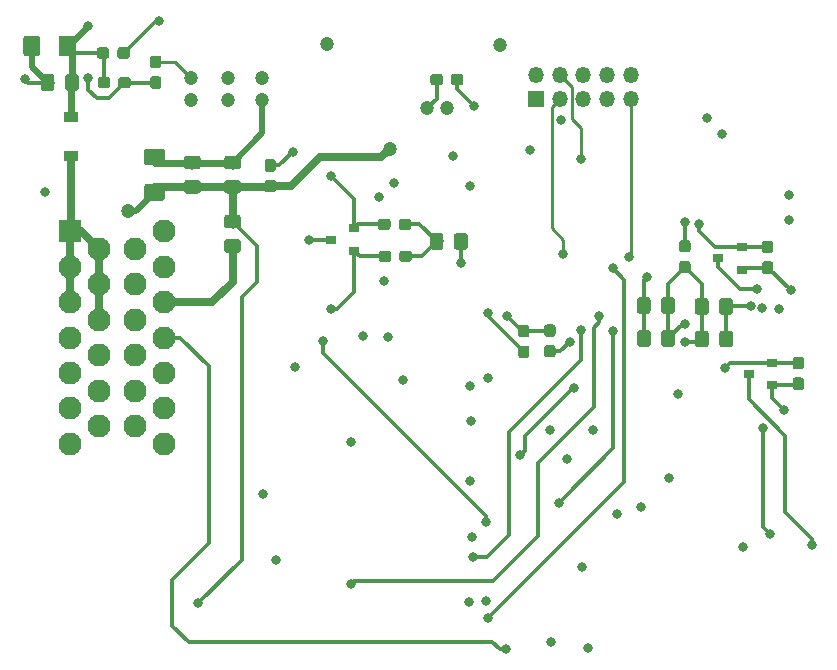
<source format=gbr>
G04 #@! TF.GenerationSoftware,KiCad,Pcbnew,(5.1.2-1)-1*
G04 #@! TF.CreationDate,2019-06-03T10:07:54+02:00*
G04 #@! TF.ProjectId,Dash,44617368-2e6b-4696-9361-645f70636258,rev?*
G04 #@! TF.SameCoordinates,Original*
G04 #@! TF.FileFunction,Copper,L4,Bot*
G04 #@! TF.FilePolarity,Positive*
%FSLAX46Y46*%
G04 Gerber Fmt 4.6, Leading zero omitted, Abs format (unit mm)*
G04 Created by KiCad (PCBNEW (5.1.2-1)-1) date 2019-06-03 10:07:54*
%MOMM*%
%LPD*%
G04 APERTURE LIST*
%ADD10C,0.100000*%
%ADD11C,1.425000*%
%ADD12C,1.150000*%
%ADD13R,0.900000X0.800000*%
%ADD14O,1.350000X1.350000*%
%ADD15R,1.350000X1.350000*%
%ADD16R,1.950000X1.950000*%
%ADD17C,1.950000*%
%ADD18C,0.950000*%
%ADD19R,1.200000X0.900000*%
%ADD20C,1.200000*%
%ADD21C,0.800000*%
%ADD22C,0.600000*%
%ADD23C,0.300000*%
%ADD24C,0.500000*%
%ADD25C,0.250000*%
%ADD26C,0.700000*%
G04 APERTURE END LIST*
D10*
G36*
X119149504Y-62901204D02*
G01*
X119173773Y-62904804D01*
X119197571Y-62910765D01*
X119220671Y-62919030D01*
X119242849Y-62929520D01*
X119263893Y-62942133D01*
X119283598Y-62956747D01*
X119301777Y-62973223D01*
X119318253Y-62991402D01*
X119332867Y-63011107D01*
X119345480Y-63032151D01*
X119355970Y-63054329D01*
X119364235Y-63077429D01*
X119370196Y-63101227D01*
X119373796Y-63125496D01*
X119375000Y-63150000D01*
X119375000Y-64075000D01*
X119373796Y-64099504D01*
X119370196Y-64123773D01*
X119364235Y-64147571D01*
X119355970Y-64170671D01*
X119345480Y-64192849D01*
X119332867Y-64213893D01*
X119318253Y-64233598D01*
X119301777Y-64251777D01*
X119283598Y-64268253D01*
X119263893Y-64282867D01*
X119242849Y-64295480D01*
X119220671Y-64305970D01*
X119197571Y-64314235D01*
X119173773Y-64320196D01*
X119149504Y-64323796D01*
X119125000Y-64325000D01*
X117875000Y-64325000D01*
X117850496Y-64323796D01*
X117826227Y-64320196D01*
X117802429Y-64314235D01*
X117779329Y-64305970D01*
X117757151Y-64295480D01*
X117736107Y-64282867D01*
X117716402Y-64268253D01*
X117698223Y-64251777D01*
X117681747Y-64233598D01*
X117667133Y-64213893D01*
X117654520Y-64192849D01*
X117644030Y-64170671D01*
X117635765Y-64147571D01*
X117629804Y-64123773D01*
X117626204Y-64099504D01*
X117625000Y-64075000D01*
X117625000Y-63150000D01*
X117626204Y-63125496D01*
X117629804Y-63101227D01*
X117635765Y-63077429D01*
X117644030Y-63054329D01*
X117654520Y-63032151D01*
X117667133Y-63011107D01*
X117681747Y-62991402D01*
X117698223Y-62973223D01*
X117716402Y-62956747D01*
X117736107Y-62942133D01*
X117757151Y-62929520D01*
X117779329Y-62919030D01*
X117802429Y-62910765D01*
X117826227Y-62904804D01*
X117850496Y-62901204D01*
X117875000Y-62900000D01*
X119125000Y-62900000D01*
X119149504Y-62901204D01*
X119149504Y-62901204D01*
G37*
D11*
X118500000Y-63612500D03*
D10*
G36*
X119149504Y-65876204D02*
G01*
X119173773Y-65879804D01*
X119197571Y-65885765D01*
X119220671Y-65894030D01*
X119242849Y-65904520D01*
X119263893Y-65917133D01*
X119283598Y-65931747D01*
X119301777Y-65948223D01*
X119318253Y-65966402D01*
X119332867Y-65986107D01*
X119345480Y-66007151D01*
X119355970Y-66029329D01*
X119364235Y-66052429D01*
X119370196Y-66076227D01*
X119373796Y-66100496D01*
X119375000Y-66125000D01*
X119375000Y-67050000D01*
X119373796Y-67074504D01*
X119370196Y-67098773D01*
X119364235Y-67122571D01*
X119355970Y-67145671D01*
X119345480Y-67167849D01*
X119332867Y-67188893D01*
X119318253Y-67208598D01*
X119301777Y-67226777D01*
X119283598Y-67243253D01*
X119263893Y-67257867D01*
X119242849Y-67270480D01*
X119220671Y-67280970D01*
X119197571Y-67289235D01*
X119173773Y-67295196D01*
X119149504Y-67298796D01*
X119125000Y-67300000D01*
X117875000Y-67300000D01*
X117850496Y-67298796D01*
X117826227Y-67295196D01*
X117802429Y-67289235D01*
X117779329Y-67280970D01*
X117757151Y-67270480D01*
X117736107Y-67257867D01*
X117716402Y-67243253D01*
X117698223Y-67226777D01*
X117681747Y-67208598D01*
X117667133Y-67188893D01*
X117654520Y-67167849D01*
X117644030Y-67145671D01*
X117635765Y-67122571D01*
X117629804Y-67098773D01*
X117626204Y-67074504D01*
X117625000Y-67050000D01*
X117625000Y-66125000D01*
X117626204Y-66100496D01*
X117629804Y-66076227D01*
X117635765Y-66052429D01*
X117644030Y-66029329D01*
X117654520Y-66007151D01*
X117667133Y-65986107D01*
X117681747Y-65966402D01*
X117698223Y-65948223D01*
X117716402Y-65931747D01*
X117736107Y-65917133D01*
X117757151Y-65904520D01*
X117779329Y-65894030D01*
X117802429Y-65885765D01*
X117826227Y-65879804D01*
X117850496Y-65876204D01*
X117875000Y-65875000D01*
X119125000Y-65875000D01*
X119149504Y-65876204D01*
X119149504Y-65876204D01*
G37*
D11*
X118500000Y-66587500D03*
D10*
G36*
X108599504Y-53326204D02*
G01*
X108623773Y-53329804D01*
X108647571Y-53335765D01*
X108670671Y-53344030D01*
X108692849Y-53354520D01*
X108713893Y-53367133D01*
X108733598Y-53381747D01*
X108751777Y-53398223D01*
X108768253Y-53416402D01*
X108782867Y-53436107D01*
X108795480Y-53457151D01*
X108805970Y-53479329D01*
X108814235Y-53502429D01*
X108820196Y-53526227D01*
X108823796Y-53550496D01*
X108825000Y-53575000D01*
X108825000Y-54825000D01*
X108823796Y-54849504D01*
X108820196Y-54873773D01*
X108814235Y-54897571D01*
X108805970Y-54920671D01*
X108795480Y-54942849D01*
X108782867Y-54963893D01*
X108768253Y-54983598D01*
X108751777Y-55001777D01*
X108733598Y-55018253D01*
X108713893Y-55032867D01*
X108692849Y-55045480D01*
X108670671Y-55055970D01*
X108647571Y-55064235D01*
X108623773Y-55070196D01*
X108599504Y-55073796D01*
X108575000Y-55075000D01*
X107650000Y-55075000D01*
X107625496Y-55073796D01*
X107601227Y-55070196D01*
X107577429Y-55064235D01*
X107554329Y-55055970D01*
X107532151Y-55045480D01*
X107511107Y-55032867D01*
X107491402Y-55018253D01*
X107473223Y-55001777D01*
X107456747Y-54983598D01*
X107442133Y-54963893D01*
X107429520Y-54942849D01*
X107419030Y-54920671D01*
X107410765Y-54897571D01*
X107404804Y-54873773D01*
X107401204Y-54849504D01*
X107400000Y-54825000D01*
X107400000Y-53575000D01*
X107401204Y-53550496D01*
X107404804Y-53526227D01*
X107410765Y-53502429D01*
X107419030Y-53479329D01*
X107429520Y-53457151D01*
X107442133Y-53436107D01*
X107456747Y-53416402D01*
X107473223Y-53398223D01*
X107491402Y-53381747D01*
X107511107Y-53367133D01*
X107532151Y-53354520D01*
X107554329Y-53344030D01*
X107577429Y-53335765D01*
X107601227Y-53329804D01*
X107625496Y-53326204D01*
X107650000Y-53325000D01*
X108575000Y-53325000D01*
X108599504Y-53326204D01*
X108599504Y-53326204D01*
G37*
D11*
X108112500Y-54200000D03*
D10*
G36*
X111574504Y-53326204D02*
G01*
X111598773Y-53329804D01*
X111622571Y-53335765D01*
X111645671Y-53344030D01*
X111667849Y-53354520D01*
X111688893Y-53367133D01*
X111708598Y-53381747D01*
X111726777Y-53398223D01*
X111743253Y-53416402D01*
X111757867Y-53436107D01*
X111770480Y-53457151D01*
X111780970Y-53479329D01*
X111789235Y-53502429D01*
X111795196Y-53526227D01*
X111798796Y-53550496D01*
X111800000Y-53575000D01*
X111800000Y-54825000D01*
X111798796Y-54849504D01*
X111795196Y-54873773D01*
X111789235Y-54897571D01*
X111780970Y-54920671D01*
X111770480Y-54942849D01*
X111757867Y-54963893D01*
X111743253Y-54983598D01*
X111726777Y-55001777D01*
X111708598Y-55018253D01*
X111688893Y-55032867D01*
X111667849Y-55045480D01*
X111645671Y-55055970D01*
X111622571Y-55064235D01*
X111598773Y-55070196D01*
X111574504Y-55073796D01*
X111550000Y-55075000D01*
X110625000Y-55075000D01*
X110600496Y-55073796D01*
X110576227Y-55070196D01*
X110552429Y-55064235D01*
X110529329Y-55055970D01*
X110507151Y-55045480D01*
X110486107Y-55032867D01*
X110466402Y-55018253D01*
X110448223Y-55001777D01*
X110431747Y-54983598D01*
X110417133Y-54963893D01*
X110404520Y-54942849D01*
X110394030Y-54920671D01*
X110385765Y-54897571D01*
X110379804Y-54873773D01*
X110376204Y-54849504D01*
X110375000Y-54825000D01*
X110375000Y-53575000D01*
X110376204Y-53550496D01*
X110379804Y-53526227D01*
X110385765Y-53502429D01*
X110394030Y-53479329D01*
X110404520Y-53457151D01*
X110417133Y-53436107D01*
X110431747Y-53416402D01*
X110448223Y-53398223D01*
X110466402Y-53381747D01*
X110486107Y-53367133D01*
X110507151Y-53354520D01*
X110529329Y-53344030D01*
X110552429Y-53335765D01*
X110576227Y-53329804D01*
X110600496Y-53326204D01*
X110625000Y-53325000D01*
X111550000Y-53325000D01*
X111574504Y-53326204D01*
X111574504Y-53326204D01*
G37*
D11*
X111087500Y-54200000D03*
D10*
G36*
X125574505Y-70551204D02*
G01*
X125598773Y-70554804D01*
X125622572Y-70560765D01*
X125645671Y-70569030D01*
X125667850Y-70579520D01*
X125688893Y-70592132D01*
X125708599Y-70606747D01*
X125726777Y-70623223D01*
X125743253Y-70641401D01*
X125757868Y-70661107D01*
X125770480Y-70682150D01*
X125780970Y-70704329D01*
X125789235Y-70727428D01*
X125795196Y-70751227D01*
X125798796Y-70775495D01*
X125800000Y-70799999D01*
X125800000Y-71450001D01*
X125798796Y-71474505D01*
X125795196Y-71498773D01*
X125789235Y-71522572D01*
X125780970Y-71545671D01*
X125770480Y-71567850D01*
X125757868Y-71588893D01*
X125743253Y-71608599D01*
X125726777Y-71626777D01*
X125708599Y-71643253D01*
X125688893Y-71657868D01*
X125667850Y-71670480D01*
X125645671Y-71680970D01*
X125622572Y-71689235D01*
X125598773Y-71695196D01*
X125574505Y-71698796D01*
X125550001Y-71700000D01*
X124649999Y-71700000D01*
X124625495Y-71698796D01*
X124601227Y-71695196D01*
X124577428Y-71689235D01*
X124554329Y-71680970D01*
X124532150Y-71670480D01*
X124511107Y-71657868D01*
X124491401Y-71643253D01*
X124473223Y-71626777D01*
X124456747Y-71608599D01*
X124442132Y-71588893D01*
X124429520Y-71567850D01*
X124419030Y-71545671D01*
X124410765Y-71522572D01*
X124404804Y-71498773D01*
X124401204Y-71474505D01*
X124400000Y-71450001D01*
X124400000Y-70799999D01*
X124401204Y-70775495D01*
X124404804Y-70751227D01*
X124410765Y-70727428D01*
X124419030Y-70704329D01*
X124429520Y-70682150D01*
X124442132Y-70661107D01*
X124456747Y-70641401D01*
X124473223Y-70623223D01*
X124491401Y-70606747D01*
X124511107Y-70592132D01*
X124532150Y-70579520D01*
X124554329Y-70569030D01*
X124577428Y-70560765D01*
X124601227Y-70554804D01*
X124625495Y-70551204D01*
X124649999Y-70550000D01*
X125550001Y-70550000D01*
X125574505Y-70551204D01*
X125574505Y-70551204D01*
G37*
D12*
X125100000Y-71125000D03*
D10*
G36*
X125574505Y-68501204D02*
G01*
X125598773Y-68504804D01*
X125622572Y-68510765D01*
X125645671Y-68519030D01*
X125667850Y-68529520D01*
X125688893Y-68542132D01*
X125708599Y-68556747D01*
X125726777Y-68573223D01*
X125743253Y-68591401D01*
X125757868Y-68611107D01*
X125770480Y-68632150D01*
X125780970Y-68654329D01*
X125789235Y-68677428D01*
X125795196Y-68701227D01*
X125798796Y-68725495D01*
X125800000Y-68749999D01*
X125800000Y-69400001D01*
X125798796Y-69424505D01*
X125795196Y-69448773D01*
X125789235Y-69472572D01*
X125780970Y-69495671D01*
X125770480Y-69517850D01*
X125757868Y-69538893D01*
X125743253Y-69558599D01*
X125726777Y-69576777D01*
X125708599Y-69593253D01*
X125688893Y-69607868D01*
X125667850Y-69620480D01*
X125645671Y-69630970D01*
X125622572Y-69639235D01*
X125598773Y-69645196D01*
X125574505Y-69648796D01*
X125550001Y-69650000D01*
X124649999Y-69650000D01*
X124625495Y-69648796D01*
X124601227Y-69645196D01*
X124577428Y-69639235D01*
X124554329Y-69630970D01*
X124532150Y-69620480D01*
X124511107Y-69607868D01*
X124491401Y-69593253D01*
X124473223Y-69576777D01*
X124456747Y-69558599D01*
X124442132Y-69538893D01*
X124429520Y-69517850D01*
X124419030Y-69495671D01*
X124410765Y-69472572D01*
X124404804Y-69448773D01*
X124401204Y-69424505D01*
X124400000Y-69400001D01*
X124400000Y-68749999D01*
X124401204Y-68725495D01*
X124404804Y-68701227D01*
X124410765Y-68677428D01*
X124419030Y-68654329D01*
X124429520Y-68632150D01*
X124442132Y-68611107D01*
X124456747Y-68591401D01*
X124473223Y-68573223D01*
X124491401Y-68556747D01*
X124511107Y-68542132D01*
X124532150Y-68529520D01*
X124554329Y-68519030D01*
X124577428Y-68510765D01*
X124601227Y-68504804D01*
X124625495Y-68501204D01*
X124649999Y-68500000D01*
X125550001Y-68500000D01*
X125574505Y-68501204D01*
X125574505Y-68501204D01*
G37*
D12*
X125100000Y-69075000D03*
D13*
X168800000Y-82000000D03*
X170800000Y-82950000D03*
X170800000Y-81050000D03*
X166200000Y-72200000D03*
X168200000Y-73150000D03*
X168200000Y-71250000D03*
D14*
X158800000Y-56700000D03*
X158800000Y-58700000D03*
X156800000Y-56700000D03*
X156800000Y-58700000D03*
X154800000Y-56700000D03*
X154800000Y-58700000D03*
X152800000Y-56700000D03*
X152800000Y-58700000D03*
X150800000Y-56700000D03*
D15*
X150800000Y-58700000D03*
D10*
G36*
X167240981Y-78307358D02*
G01*
X167265249Y-78310958D01*
X167289048Y-78316919D01*
X167312147Y-78325184D01*
X167334326Y-78335674D01*
X167355369Y-78348286D01*
X167375075Y-78362901D01*
X167393253Y-78379377D01*
X167409729Y-78397555D01*
X167424344Y-78417261D01*
X167436956Y-78438304D01*
X167447446Y-78460483D01*
X167455711Y-78483582D01*
X167461672Y-78507381D01*
X167465272Y-78531649D01*
X167466476Y-78556153D01*
X167466476Y-79456155D01*
X167465272Y-79480659D01*
X167461672Y-79504927D01*
X167455711Y-79528726D01*
X167447446Y-79551825D01*
X167436956Y-79574004D01*
X167424344Y-79595047D01*
X167409729Y-79614753D01*
X167393253Y-79632931D01*
X167375075Y-79649407D01*
X167355369Y-79664022D01*
X167334326Y-79676634D01*
X167312147Y-79687124D01*
X167289048Y-79695389D01*
X167265249Y-79701350D01*
X167240981Y-79704950D01*
X167216477Y-79706154D01*
X166566475Y-79706154D01*
X166541971Y-79704950D01*
X166517703Y-79701350D01*
X166493904Y-79695389D01*
X166470805Y-79687124D01*
X166448626Y-79676634D01*
X166427583Y-79664022D01*
X166407877Y-79649407D01*
X166389699Y-79632931D01*
X166373223Y-79614753D01*
X166358608Y-79595047D01*
X166345996Y-79574004D01*
X166335506Y-79551825D01*
X166327241Y-79528726D01*
X166321280Y-79504927D01*
X166317680Y-79480659D01*
X166316476Y-79456155D01*
X166316476Y-78556153D01*
X166317680Y-78531649D01*
X166321280Y-78507381D01*
X166327241Y-78483582D01*
X166335506Y-78460483D01*
X166345996Y-78438304D01*
X166358608Y-78417261D01*
X166373223Y-78397555D01*
X166389699Y-78379377D01*
X166407877Y-78362901D01*
X166427583Y-78348286D01*
X166448626Y-78335674D01*
X166470805Y-78325184D01*
X166493904Y-78316919D01*
X166517703Y-78310958D01*
X166541971Y-78307358D01*
X166566475Y-78306154D01*
X167216477Y-78306154D01*
X167240981Y-78307358D01*
X167240981Y-78307358D01*
G37*
D12*
X166891476Y-79006154D03*
D10*
G36*
X165190981Y-78307358D02*
G01*
X165215249Y-78310958D01*
X165239048Y-78316919D01*
X165262147Y-78325184D01*
X165284326Y-78335674D01*
X165305369Y-78348286D01*
X165325075Y-78362901D01*
X165343253Y-78379377D01*
X165359729Y-78397555D01*
X165374344Y-78417261D01*
X165386956Y-78438304D01*
X165397446Y-78460483D01*
X165405711Y-78483582D01*
X165411672Y-78507381D01*
X165415272Y-78531649D01*
X165416476Y-78556153D01*
X165416476Y-79456155D01*
X165415272Y-79480659D01*
X165411672Y-79504927D01*
X165405711Y-79528726D01*
X165397446Y-79551825D01*
X165386956Y-79574004D01*
X165374344Y-79595047D01*
X165359729Y-79614753D01*
X165343253Y-79632931D01*
X165325075Y-79649407D01*
X165305369Y-79664022D01*
X165284326Y-79676634D01*
X165262147Y-79687124D01*
X165239048Y-79695389D01*
X165215249Y-79701350D01*
X165190981Y-79704950D01*
X165166477Y-79706154D01*
X164516475Y-79706154D01*
X164491971Y-79704950D01*
X164467703Y-79701350D01*
X164443904Y-79695389D01*
X164420805Y-79687124D01*
X164398626Y-79676634D01*
X164377583Y-79664022D01*
X164357877Y-79649407D01*
X164339699Y-79632931D01*
X164323223Y-79614753D01*
X164308608Y-79595047D01*
X164295996Y-79574004D01*
X164285506Y-79551825D01*
X164277241Y-79528726D01*
X164271280Y-79504927D01*
X164267680Y-79480659D01*
X164266476Y-79456155D01*
X164266476Y-78556153D01*
X164267680Y-78531649D01*
X164271280Y-78507381D01*
X164277241Y-78483582D01*
X164285506Y-78460483D01*
X164295996Y-78438304D01*
X164308608Y-78417261D01*
X164323223Y-78397555D01*
X164339699Y-78379377D01*
X164357877Y-78362901D01*
X164377583Y-78348286D01*
X164398626Y-78335674D01*
X164420805Y-78325184D01*
X164443904Y-78316919D01*
X164467703Y-78310958D01*
X164491971Y-78307358D01*
X164516475Y-78306154D01*
X165166477Y-78306154D01*
X165190981Y-78307358D01*
X165190981Y-78307358D01*
G37*
D12*
X164841476Y-79006154D03*
D10*
G36*
X162324505Y-78271204D02*
G01*
X162348773Y-78274804D01*
X162372572Y-78280765D01*
X162395671Y-78289030D01*
X162417850Y-78299520D01*
X162438893Y-78312132D01*
X162458599Y-78326747D01*
X162476777Y-78343223D01*
X162493253Y-78361401D01*
X162507868Y-78381107D01*
X162520480Y-78402150D01*
X162530970Y-78424329D01*
X162539235Y-78447428D01*
X162545196Y-78471227D01*
X162548796Y-78495495D01*
X162550000Y-78519999D01*
X162550000Y-79420001D01*
X162548796Y-79444505D01*
X162545196Y-79468773D01*
X162539235Y-79492572D01*
X162530970Y-79515671D01*
X162520480Y-79537850D01*
X162507868Y-79558893D01*
X162493253Y-79578599D01*
X162476777Y-79596777D01*
X162458599Y-79613253D01*
X162438893Y-79627868D01*
X162417850Y-79640480D01*
X162395671Y-79650970D01*
X162372572Y-79659235D01*
X162348773Y-79665196D01*
X162324505Y-79668796D01*
X162300001Y-79670000D01*
X161649999Y-79670000D01*
X161625495Y-79668796D01*
X161601227Y-79665196D01*
X161577428Y-79659235D01*
X161554329Y-79650970D01*
X161532150Y-79640480D01*
X161511107Y-79627868D01*
X161491401Y-79613253D01*
X161473223Y-79596777D01*
X161456747Y-79578599D01*
X161442132Y-79558893D01*
X161429520Y-79537850D01*
X161419030Y-79515671D01*
X161410765Y-79492572D01*
X161404804Y-79468773D01*
X161401204Y-79444505D01*
X161400000Y-79420001D01*
X161400000Y-78519999D01*
X161401204Y-78495495D01*
X161404804Y-78471227D01*
X161410765Y-78447428D01*
X161419030Y-78424329D01*
X161429520Y-78402150D01*
X161442132Y-78381107D01*
X161456747Y-78361401D01*
X161473223Y-78343223D01*
X161491401Y-78326747D01*
X161511107Y-78312132D01*
X161532150Y-78299520D01*
X161554329Y-78289030D01*
X161577428Y-78280765D01*
X161601227Y-78274804D01*
X161625495Y-78271204D01*
X161649999Y-78270000D01*
X162300001Y-78270000D01*
X162324505Y-78271204D01*
X162324505Y-78271204D01*
G37*
D12*
X161975000Y-78970000D03*
D10*
G36*
X160274505Y-78271204D02*
G01*
X160298773Y-78274804D01*
X160322572Y-78280765D01*
X160345671Y-78289030D01*
X160367850Y-78299520D01*
X160388893Y-78312132D01*
X160408599Y-78326747D01*
X160426777Y-78343223D01*
X160443253Y-78361401D01*
X160457868Y-78381107D01*
X160470480Y-78402150D01*
X160480970Y-78424329D01*
X160489235Y-78447428D01*
X160495196Y-78471227D01*
X160498796Y-78495495D01*
X160500000Y-78519999D01*
X160500000Y-79420001D01*
X160498796Y-79444505D01*
X160495196Y-79468773D01*
X160489235Y-79492572D01*
X160480970Y-79515671D01*
X160470480Y-79537850D01*
X160457868Y-79558893D01*
X160443253Y-79578599D01*
X160426777Y-79596777D01*
X160408599Y-79613253D01*
X160388893Y-79627868D01*
X160367850Y-79640480D01*
X160345671Y-79650970D01*
X160322572Y-79659235D01*
X160298773Y-79665196D01*
X160274505Y-79668796D01*
X160250001Y-79670000D01*
X159599999Y-79670000D01*
X159575495Y-79668796D01*
X159551227Y-79665196D01*
X159527428Y-79659235D01*
X159504329Y-79650970D01*
X159482150Y-79640480D01*
X159461107Y-79627868D01*
X159441401Y-79613253D01*
X159423223Y-79596777D01*
X159406747Y-79578599D01*
X159392132Y-79558893D01*
X159379520Y-79537850D01*
X159369030Y-79515671D01*
X159360765Y-79492572D01*
X159354804Y-79468773D01*
X159351204Y-79444505D01*
X159350000Y-79420001D01*
X159350000Y-78519999D01*
X159351204Y-78495495D01*
X159354804Y-78471227D01*
X159360765Y-78447428D01*
X159369030Y-78424329D01*
X159379520Y-78402150D01*
X159392132Y-78381107D01*
X159406747Y-78361401D01*
X159423223Y-78343223D01*
X159441401Y-78326747D01*
X159461107Y-78312132D01*
X159482150Y-78299520D01*
X159504329Y-78289030D01*
X159527428Y-78280765D01*
X159551227Y-78274804D01*
X159575495Y-78271204D01*
X159599999Y-78270000D01*
X160250001Y-78270000D01*
X160274505Y-78271204D01*
X160274505Y-78271204D01*
G37*
D12*
X159925000Y-78970000D03*
D10*
G36*
X167229505Y-75561204D02*
G01*
X167253773Y-75564804D01*
X167277572Y-75570765D01*
X167300671Y-75579030D01*
X167322850Y-75589520D01*
X167343893Y-75602132D01*
X167363599Y-75616747D01*
X167381777Y-75633223D01*
X167398253Y-75651401D01*
X167412868Y-75671107D01*
X167425480Y-75692150D01*
X167435970Y-75714329D01*
X167444235Y-75737428D01*
X167450196Y-75761227D01*
X167453796Y-75785495D01*
X167455000Y-75809999D01*
X167455000Y-76710001D01*
X167453796Y-76734505D01*
X167450196Y-76758773D01*
X167444235Y-76782572D01*
X167435970Y-76805671D01*
X167425480Y-76827850D01*
X167412868Y-76848893D01*
X167398253Y-76868599D01*
X167381777Y-76886777D01*
X167363599Y-76903253D01*
X167343893Y-76917868D01*
X167322850Y-76930480D01*
X167300671Y-76940970D01*
X167277572Y-76949235D01*
X167253773Y-76955196D01*
X167229505Y-76958796D01*
X167205001Y-76960000D01*
X166554999Y-76960000D01*
X166530495Y-76958796D01*
X166506227Y-76955196D01*
X166482428Y-76949235D01*
X166459329Y-76940970D01*
X166437150Y-76930480D01*
X166416107Y-76917868D01*
X166396401Y-76903253D01*
X166378223Y-76886777D01*
X166361747Y-76868599D01*
X166347132Y-76848893D01*
X166334520Y-76827850D01*
X166324030Y-76805671D01*
X166315765Y-76782572D01*
X166309804Y-76758773D01*
X166306204Y-76734505D01*
X166305000Y-76710001D01*
X166305000Y-75809999D01*
X166306204Y-75785495D01*
X166309804Y-75761227D01*
X166315765Y-75737428D01*
X166324030Y-75714329D01*
X166334520Y-75692150D01*
X166347132Y-75671107D01*
X166361747Y-75651401D01*
X166378223Y-75633223D01*
X166396401Y-75616747D01*
X166416107Y-75602132D01*
X166437150Y-75589520D01*
X166459329Y-75579030D01*
X166482428Y-75570765D01*
X166506227Y-75564804D01*
X166530495Y-75561204D01*
X166554999Y-75560000D01*
X167205001Y-75560000D01*
X167229505Y-75561204D01*
X167229505Y-75561204D01*
G37*
D12*
X166880000Y-76260000D03*
D10*
G36*
X165179505Y-75561204D02*
G01*
X165203773Y-75564804D01*
X165227572Y-75570765D01*
X165250671Y-75579030D01*
X165272850Y-75589520D01*
X165293893Y-75602132D01*
X165313599Y-75616747D01*
X165331777Y-75633223D01*
X165348253Y-75651401D01*
X165362868Y-75671107D01*
X165375480Y-75692150D01*
X165385970Y-75714329D01*
X165394235Y-75737428D01*
X165400196Y-75761227D01*
X165403796Y-75785495D01*
X165405000Y-75809999D01*
X165405000Y-76710001D01*
X165403796Y-76734505D01*
X165400196Y-76758773D01*
X165394235Y-76782572D01*
X165385970Y-76805671D01*
X165375480Y-76827850D01*
X165362868Y-76848893D01*
X165348253Y-76868599D01*
X165331777Y-76886777D01*
X165313599Y-76903253D01*
X165293893Y-76917868D01*
X165272850Y-76930480D01*
X165250671Y-76940970D01*
X165227572Y-76949235D01*
X165203773Y-76955196D01*
X165179505Y-76958796D01*
X165155001Y-76960000D01*
X164504999Y-76960000D01*
X164480495Y-76958796D01*
X164456227Y-76955196D01*
X164432428Y-76949235D01*
X164409329Y-76940970D01*
X164387150Y-76930480D01*
X164366107Y-76917868D01*
X164346401Y-76903253D01*
X164328223Y-76886777D01*
X164311747Y-76868599D01*
X164297132Y-76848893D01*
X164284520Y-76827850D01*
X164274030Y-76805671D01*
X164265765Y-76782572D01*
X164259804Y-76758773D01*
X164256204Y-76734505D01*
X164255000Y-76710001D01*
X164255000Y-75809999D01*
X164256204Y-75785495D01*
X164259804Y-75761227D01*
X164265765Y-75737428D01*
X164274030Y-75714329D01*
X164284520Y-75692150D01*
X164297132Y-75671107D01*
X164311747Y-75651401D01*
X164328223Y-75633223D01*
X164346401Y-75616747D01*
X164366107Y-75602132D01*
X164387150Y-75589520D01*
X164409329Y-75579030D01*
X164432428Y-75570765D01*
X164456227Y-75564804D01*
X164480495Y-75561204D01*
X164504999Y-75560000D01*
X165155001Y-75560000D01*
X165179505Y-75561204D01*
X165179505Y-75561204D01*
G37*
D12*
X164830000Y-76260000D03*
D10*
G36*
X109799505Y-56601204D02*
G01*
X109823773Y-56604804D01*
X109847572Y-56610765D01*
X109870671Y-56619030D01*
X109892850Y-56629520D01*
X109913893Y-56642132D01*
X109933599Y-56656747D01*
X109951777Y-56673223D01*
X109968253Y-56691401D01*
X109982868Y-56711107D01*
X109995480Y-56732150D01*
X110005970Y-56754329D01*
X110014235Y-56777428D01*
X110020196Y-56801227D01*
X110023796Y-56825495D01*
X110025000Y-56849999D01*
X110025000Y-57750001D01*
X110023796Y-57774505D01*
X110020196Y-57798773D01*
X110014235Y-57822572D01*
X110005970Y-57845671D01*
X109995480Y-57867850D01*
X109982868Y-57888893D01*
X109968253Y-57908599D01*
X109951777Y-57926777D01*
X109933599Y-57943253D01*
X109913893Y-57957868D01*
X109892850Y-57970480D01*
X109870671Y-57980970D01*
X109847572Y-57989235D01*
X109823773Y-57995196D01*
X109799505Y-57998796D01*
X109775001Y-58000000D01*
X109124999Y-58000000D01*
X109100495Y-57998796D01*
X109076227Y-57995196D01*
X109052428Y-57989235D01*
X109029329Y-57980970D01*
X109007150Y-57970480D01*
X108986107Y-57957868D01*
X108966401Y-57943253D01*
X108948223Y-57926777D01*
X108931747Y-57908599D01*
X108917132Y-57888893D01*
X108904520Y-57867850D01*
X108894030Y-57845671D01*
X108885765Y-57822572D01*
X108879804Y-57798773D01*
X108876204Y-57774505D01*
X108875000Y-57750001D01*
X108875000Y-56849999D01*
X108876204Y-56825495D01*
X108879804Y-56801227D01*
X108885765Y-56777428D01*
X108894030Y-56754329D01*
X108904520Y-56732150D01*
X108917132Y-56711107D01*
X108931747Y-56691401D01*
X108948223Y-56673223D01*
X108966401Y-56656747D01*
X108986107Y-56642132D01*
X109007150Y-56629520D01*
X109029329Y-56619030D01*
X109052428Y-56610765D01*
X109076227Y-56604804D01*
X109100495Y-56601204D01*
X109124999Y-56600000D01*
X109775001Y-56600000D01*
X109799505Y-56601204D01*
X109799505Y-56601204D01*
G37*
D12*
X109450000Y-57300000D03*
D10*
G36*
X111849505Y-56601204D02*
G01*
X111873773Y-56604804D01*
X111897572Y-56610765D01*
X111920671Y-56619030D01*
X111942850Y-56629520D01*
X111963893Y-56642132D01*
X111983599Y-56656747D01*
X112001777Y-56673223D01*
X112018253Y-56691401D01*
X112032868Y-56711107D01*
X112045480Y-56732150D01*
X112055970Y-56754329D01*
X112064235Y-56777428D01*
X112070196Y-56801227D01*
X112073796Y-56825495D01*
X112075000Y-56849999D01*
X112075000Y-57750001D01*
X112073796Y-57774505D01*
X112070196Y-57798773D01*
X112064235Y-57822572D01*
X112055970Y-57845671D01*
X112045480Y-57867850D01*
X112032868Y-57888893D01*
X112018253Y-57908599D01*
X112001777Y-57926777D01*
X111983599Y-57943253D01*
X111963893Y-57957868D01*
X111942850Y-57970480D01*
X111920671Y-57980970D01*
X111897572Y-57989235D01*
X111873773Y-57995196D01*
X111849505Y-57998796D01*
X111825001Y-58000000D01*
X111174999Y-58000000D01*
X111150495Y-57998796D01*
X111126227Y-57995196D01*
X111102428Y-57989235D01*
X111079329Y-57980970D01*
X111057150Y-57970480D01*
X111036107Y-57957868D01*
X111016401Y-57943253D01*
X110998223Y-57926777D01*
X110981747Y-57908599D01*
X110967132Y-57888893D01*
X110954520Y-57867850D01*
X110944030Y-57845671D01*
X110935765Y-57822572D01*
X110929804Y-57798773D01*
X110926204Y-57774505D01*
X110925000Y-57750001D01*
X110925000Y-56849999D01*
X110926204Y-56825495D01*
X110929804Y-56801227D01*
X110935765Y-56777428D01*
X110944030Y-56754329D01*
X110954520Y-56732150D01*
X110967132Y-56711107D01*
X110981747Y-56691401D01*
X110998223Y-56673223D01*
X111016401Y-56656747D01*
X111036107Y-56642132D01*
X111057150Y-56629520D01*
X111079329Y-56619030D01*
X111102428Y-56610765D01*
X111126227Y-56604804D01*
X111150495Y-56601204D01*
X111174999Y-56600000D01*
X111825001Y-56600000D01*
X111849505Y-56601204D01*
X111849505Y-56601204D01*
G37*
D12*
X111500000Y-57300000D03*
D10*
G36*
X125574505Y-63501204D02*
G01*
X125598773Y-63504804D01*
X125622572Y-63510765D01*
X125645671Y-63519030D01*
X125667850Y-63529520D01*
X125688893Y-63542132D01*
X125708599Y-63556747D01*
X125726777Y-63573223D01*
X125743253Y-63591401D01*
X125757868Y-63611107D01*
X125770480Y-63632150D01*
X125780970Y-63654329D01*
X125789235Y-63677428D01*
X125795196Y-63701227D01*
X125798796Y-63725495D01*
X125800000Y-63749999D01*
X125800000Y-64400001D01*
X125798796Y-64424505D01*
X125795196Y-64448773D01*
X125789235Y-64472572D01*
X125780970Y-64495671D01*
X125770480Y-64517850D01*
X125757868Y-64538893D01*
X125743253Y-64558599D01*
X125726777Y-64576777D01*
X125708599Y-64593253D01*
X125688893Y-64607868D01*
X125667850Y-64620480D01*
X125645671Y-64630970D01*
X125622572Y-64639235D01*
X125598773Y-64645196D01*
X125574505Y-64648796D01*
X125550001Y-64650000D01*
X124649999Y-64650000D01*
X124625495Y-64648796D01*
X124601227Y-64645196D01*
X124577428Y-64639235D01*
X124554329Y-64630970D01*
X124532150Y-64620480D01*
X124511107Y-64607868D01*
X124491401Y-64593253D01*
X124473223Y-64576777D01*
X124456747Y-64558599D01*
X124442132Y-64538893D01*
X124429520Y-64517850D01*
X124419030Y-64495671D01*
X124410765Y-64472572D01*
X124404804Y-64448773D01*
X124401204Y-64424505D01*
X124400000Y-64400001D01*
X124400000Y-63749999D01*
X124401204Y-63725495D01*
X124404804Y-63701227D01*
X124410765Y-63677428D01*
X124419030Y-63654329D01*
X124429520Y-63632150D01*
X124442132Y-63611107D01*
X124456747Y-63591401D01*
X124473223Y-63573223D01*
X124491401Y-63556747D01*
X124511107Y-63542132D01*
X124532150Y-63529520D01*
X124554329Y-63519030D01*
X124577428Y-63510765D01*
X124601227Y-63504804D01*
X124625495Y-63501204D01*
X124649999Y-63500000D01*
X125550001Y-63500000D01*
X125574505Y-63501204D01*
X125574505Y-63501204D01*
G37*
D12*
X125100000Y-64075000D03*
D10*
G36*
X125574505Y-65551204D02*
G01*
X125598773Y-65554804D01*
X125622572Y-65560765D01*
X125645671Y-65569030D01*
X125667850Y-65579520D01*
X125688893Y-65592132D01*
X125708599Y-65606747D01*
X125726777Y-65623223D01*
X125743253Y-65641401D01*
X125757868Y-65661107D01*
X125770480Y-65682150D01*
X125780970Y-65704329D01*
X125789235Y-65727428D01*
X125795196Y-65751227D01*
X125798796Y-65775495D01*
X125800000Y-65799999D01*
X125800000Y-66450001D01*
X125798796Y-66474505D01*
X125795196Y-66498773D01*
X125789235Y-66522572D01*
X125780970Y-66545671D01*
X125770480Y-66567850D01*
X125757868Y-66588893D01*
X125743253Y-66608599D01*
X125726777Y-66626777D01*
X125708599Y-66643253D01*
X125688893Y-66657868D01*
X125667850Y-66670480D01*
X125645671Y-66680970D01*
X125622572Y-66689235D01*
X125598773Y-66695196D01*
X125574505Y-66698796D01*
X125550001Y-66700000D01*
X124649999Y-66700000D01*
X124625495Y-66698796D01*
X124601227Y-66695196D01*
X124577428Y-66689235D01*
X124554329Y-66680970D01*
X124532150Y-66670480D01*
X124511107Y-66657868D01*
X124491401Y-66643253D01*
X124473223Y-66626777D01*
X124456747Y-66608599D01*
X124442132Y-66588893D01*
X124429520Y-66567850D01*
X124419030Y-66545671D01*
X124410765Y-66522572D01*
X124404804Y-66498773D01*
X124401204Y-66474505D01*
X124400000Y-66450001D01*
X124400000Y-65799999D01*
X124401204Y-65775495D01*
X124404804Y-65751227D01*
X124410765Y-65727428D01*
X124419030Y-65704329D01*
X124429520Y-65682150D01*
X124442132Y-65661107D01*
X124456747Y-65641401D01*
X124473223Y-65623223D01*
X124491401Y-65606747D01*
X124511107Y-65592132D01*
X124532150Y-65579520D01*
X124554329Y-65569030D01*
X124577428Y-65560765D01*
X124601227Y-65554804D01*
X124625495Y-65551204D01*
X124649999Y-65550000D01*
X125550001Y-65550000D01*
X125574505Y-65551204D01*
X125574505Y-65551204D01*
G37*
D12*
X125100000Y-66125000D03*
D10*
G36*
X162314505Y-75481204D02*
G01*
X162338773Y-75484804D01*
X162362572Y-75490765D01*
X162385671Y-75499030D01*
X162407850Y-75509520D01*
X162428893Y-75522132D01*
X162448599Y-75536747D01*
X162466777Y-75553223D01*
X162483253Y-75571401D01*
X162497868Y-75591107D01*
X162510480Y-75612150D01*
X162520970Y-75634329D01*
X162529235Y-75657428D01*
X162535196Y-75681227D01*
X162538796Y-75705495D01*
X162540000Y-75729999D01*
X162540000Y-76630001D01*
X162538796Y-76654505D01*
X162535196Y-76678773D01*
X162529235Y-76702572D01*
X162520970Y-76725671D01*
X162510480Y-76747850D01*
X162497868Y-76768893D01*
X162483253Y-76788599D01*
X162466777Y-76806777D01*
X162448599Y-76823253D01*
X162428893Y-76837868D01*
X162407850Y-76850480D01*
X162385671Y-76860970D01*
X162362572Y-76869235D01*
X162338773Y-76875196D01*
X162314505Y-76878796D01*
X162290001Y-76880000D01*
X161639999Y-76880000D01*
X161615495Y-76878796D01*
X161591227Y-76875196D01*
X161567428Y-76869235D01*
X161544329Y-76860970D01*
X161522150Y-76850480D01*
X161501107Y-76837868D01*
X161481401Y-76823253D01*
X161463223Y-76806777D01*
X161446747Y-76788599D01*
X161432132Y-76768893D01*
X161419520Y-76747850D01*
X161409030Y-76725671D01*
X161400765Y-76702572D01*
X161394804Y-76678773D01*
X161391204Y-76654505D01*
X161390000Y-76630001D01*
X161390000Y-75729999D01*
X161391204Y-75705495D01*
X161394804Y-75681227D01*
X161400765Y-75657428D01*
X161409030Y-75634329D01*
X161419520Y-75612150D01*
X161432132Y-75591107D01*
X161446747Y-75571401D01*
X161463223Y-75553223D01*
X161481401Y-75536747D01*
X161501107Y-75522132D01*
X161522150Y-75509520D01*
X161544329Y-75499030D01*
X161567428Y-75490765D01*
X161591227Y-75484804D01*
X161615495Y-75481204D01*
X161639999Y-75480000D01*
X162290001Y-75480000D01*
X162314505Y-75481204D01*
X162314505Y-75481204D01*
G37*
D12*
X161965000Y-76180000D03*
D10*
G36*
X160264505Y-75481204D02*
G01*
X160288773Y-75484804D01*
X160312572Y-75490765D01*
X160335671Y-75499030D01*
X160357850Y-75509520D01*
X160378893Y-75522132D01*
X160398599Y-75536747D01*
X160416777Y-75553223D01*
X160433253Y-75571401D01*
X160447868Y-75591107D01*
X160460480Y-75612150D01*
X160470970Y-75634329D01*
X160479235Y-75657428D01*
X160485196Y-75681227D01*
X160488796Y-75705495D01*
X160490000Y-75729999D01*
X160490000Y-76630001D01*
X160488796Y-76654505D01*
X160485196Y-76678773D01*
X160479235Y-76702572D01*
X160470970Y-76725671D01*
X160460480Y-76747850D01*
X160447868Y-76768893D01*
X160433253Y-76788599D01*
X160416777Y-76806777D01*
X160398599Y-76823253D01*
X160378893Y-76837868D01*
X160357850Y-76850480D01*
X160335671Y-76860970D01*
X160312572Y-76869235D01*
X160288773Y-76875196D01*
X160264505Y-76878796D01*
X160240001Y-76880000D01*
X159589999Y-76880000D01*
X159565495Y-76878796D01*
X159541227Y-76875196D01*
X159517428Y-76869235D01*
X159494329Y-76860970D01*
X159472150Y-76850480D01*
X159451107Y-76837868D01*
X159431401Y-76823253D01*
X159413223Y-76806777D01*
X159396747Y-76788599D01*
X159382132Y-76768893D01*
X159369520Y-76747850D01*
X159359030Y-76725671D01*
X159350765Y-76702572D01*
X159344804Y-76678773D01*
X159341204Y-76654505D01*
X159340000Y-76630001D01*
X159340000Y-75729999D01*
X159341204Y-75705495D01*
X159344804Y-75681227D01*
X159350765Y-75657428D01*
X159359030Y-75634329D01*
X159369520Y-75612150D01*
X159382132Y-75591107D01*
X159396747Y-75571401D01*
X159413223Y-75553223D01*
X159431401Y-75536747D01*
X159451107Y-75522132D01*
X159472150Y-75509520D01*
X159494329Y-75499030D01*
X159517428Y-75490765D01*
X159541227Y-75484804D01*
X159565495Y-75481204D01*
X159589999Y-75480000D01*
X160240001Y-75480000D01*
X160264505Y-75481204D01*
X160264505Y-75481204D01*
G37*
D12*
X159915000Y-76180000D03*
D10*
G36*
X122174505Y-65551204D02*
G01*
X122198773Y-65554804D01*
X122222572Y-65560765D01*
X122245671Y-65569030D01*
X122267850Y-65579520D01*
X122288893Y-65592132D01*
X122308599Y-65606747D01*
X122326777Y-65623223D01*
X122343253Y-65641401D01*
X122357868Y-65661107D01*
X122370480Y-65682150D01*
X122380970Y-65704329D01*
X122389235Y-65727428D01*
X122395196Y-65751227D01*
X122398796Y-65775495D01*
X122400000Y-65799999D01*
X122400000Y-66450001D01*
X122398796Y-66474505D01*
X122395196Y-66498773D01*
X122389235Y-66522572D01*
X122380970Y-66545671D01*
X122370480Y-66567850D01*
X122357868Y-66588893D01*
X122343253Y-66608599D01*
X122326777Y-66626777D01*
X122308599Y-66643253D01*
X122288893Y-66657868D01*
X122267850Y-66670480D01*
X122245671Y-66680970D01*
X122222572Y-66689235D01*
X122198773Y-66695196D01*
X122174505Y-66698796D01*
X122150001Y-66700000D01*
X121249999Y-66700000D01*
X121225495Y-66698796D01*
X121201227Y-66695196D01*
X121177428Y-66689235D01*
X121154329Y-66680970D01*
X121132150Y-66670480D01*
X121111107Y-66657868D01*
X121091401Y-66643253D01*
X121073223Y-66626777D01*
X121056747Y-66608599D01*
X121042132Y-66588893D01*
X121029520Y-66567850D01*
X121019030Y-66545671D01*
X121010765Y-66522572D01*
X121004804Y-66498773D01*
X121001204Y-66474505D01*
X121000000Y-66450001D01*
X121000000Y-65799999D01*
X121001204Y-65775495D01*
X121004804Y-65751227D01*
X121010765Y-65727428D01*
X121019030Y-65704329D01*
X121029520Y-65682150D01*
X121042132Y-65661107D01*
X121056747Y-65641401D01*
X121073223Y-65623223D01*
X121091401Y-65606747D01*
X121111107Y-65592132D01*
X121132150Y-65579520D01*
X121154329Y-65569030D01*
X121177428Y-65560765D01*
X121201227Y-65554804D01*
X121225495Y-65551204D01*
X121249999Y-65550000D01*
X122150001Y-65550000D01*
X122174505Y-65551204D01*
X122174505Y-65551204D01*
G37*
D12*
X121700000Y-66125000D03*
D10*
G36*
X122174505Y-63501204D02*
G01*
X122198773Y-63504804D01*
X122222572Y-63510765D01*
X122245671Y-63519030D01*
X122267850Y-63529520D01*
X122288893Y-63542132D01*
X122308599Y-63556747D01*
X122326777Y-63573223D01*
X122343253Y-63591401D01*
X122357868Y-63611107D01*
X122370480Y-63632150D01*
X122380970Y-63654329D01*
X122389235Y-63677428D01*
X122395196Y-63701227D01*
X122398796Y-63725495D01*
X122400000Y-63749999D01*
X122400000Y-64400001D01*
X122398796Y-64424505D01*
X122395196Y-64448773D01*
X122389235Y-64472572D01*
X122380970Y-64495671D01*
X122370480Y-64517850D01*
X122357868Y-64538893D01*
X122343253Y-64558599D01*
X122326777Y-64576777D01*
X122308599Y-64593253D01*
X122288893Y-64607868D01*
X122267850Y-64620480D01*
X122245671Y-64630970D01*
X122222572Y-64639235D01*
X122198773Y-64645196D01*
X122174505Y-64648796D01*
X122150001Y-64650000D01*
X121249999Y-64650000D01*
X121225495Y-64648796D01*
X121201227Y-64645196D01*
X121177428Y-64639235D01*
X121154329Y-64630970D01*
X121132150Y-64620480D01*
X121111107Y-64607868D01*
X121091401Y-64593253D01*
X121073223Y-64576777D01*
X121056747Y-64558599D01*
X121042132Y-64538893D01*
X121029520Y-64517850D01*
X121019030Y-64495671D01*
X121010765Y-64472572D01*
X121004804Y-64448773D01*
X121001204Y-64424505D01*
X121000000Y-64400001D01*
X121000000Y-63749999D01*
X121001204Y-63725495D01*
X121004804Y-63701227D01*
X121010765Y-63677428D01*
X121019030Y-63654329D01*
X121029520Y-63632150D01*
X121042132Y-63611107D01*
X121056747Y-63591401D01*
X121073223Y-63573223D01*
X121091401Y-63556747D01*
X121111107Y-63542132D01*
X121132150Y-63529520D01*
X121154329Y-63519030D01*
X121177428Y-63510765D01*
X121201227Y-63504804D01*
X121225495Y-63501204D01*
X121249999Y-63500000D01*
X122150001Y-63500000D01*
X122174505Y-63501204D01*
X122174505Y-63501204D01*
G37*
D12*
X121700000Y-64075000D03*
D10*
G36*
X142724505Y-70051204D02*
G01*
X142748773Y-70054804D01*
X142772572Y-70060765D01*
X142795671Y-70069030D01*
X142817850Y-70079520D01*
X142838893Y-70092132D01*
X142858599Y-70106747D01*
X142876777Y-70123223D01*
X142893253Y-70141401D01*
X142907868Y-70161107D01*
X142920480Y-70182150D01*
X142930970Y-70204329D01*
X142939235Y-70227428D01*
X142945196Y-70251227D01*
X142948796Y-70275495D01*
X142950000Y-70299999D01*
X142950000Y-71200001D01*
X142948796Y-71224505D01*
X142945196Y-71248773D01*
X142939235Y-71272572D01*
X142930970Y-71295671D01*
X142920480Y-71317850D01*
X142907868Y-71338893D01*
X142893253Y-71358599D01*
X142876777Y-71376777D01*
X142858599Y-71393253D01*
X142838893Y-71407868D01*
X142817850Y-71420480D01*
X142795671Y-71430970D01*
X142772572Y-71439235D01*
X142748773Y-71445196D01*
X142724505Y-71448796D01*
X142700001Y-71450000D01*
X142049999Y-71450000D01*
X142025495Y-71448796D01*
X142001227Y-71445196D01*
X141977428Y-71439235D01*
X141954329Y-71430970D01*
X141932150Y-71420480D01*
X141911107Y-71407868D01*
X141891401Y-71393253D01*
X141873223Y-71376777D01*
X141856747Y-71358599D01*
X141842132Y-71338893D01*
X141829520Y-71317850D01*
X141819030Y-71295671D01*
X141810765Y-71272572D01*
X141804804Y-71248773D01*
X141801204Y-71224505D01*
X141800000Y-71200001D01*
X141800000Y-70299999D01*
X141801204Y-70275495D01*
X141804804Y-70251227D01*
X141810765Y-70227428D01*
X141819030Y-70204329D01*
X141829520Y-70182150D01*
X141842132Y-70161107D01*
X141856747Y-70141401D01*
X141873223Y-70123223D01*
X141891401Y-70106747D01*
X141911107Y-70092132D01*
X141932150Y-70079520D01*
X141954329Y-70069030D01*
X141977428Y-70060765D01*
X142001227Y-70054804D01*
X142025495Y-70051204D01*
X142049999Y-70050000D01*
X142700001Y-70050000D01*
X142724505Y-70051204D01*
X142724505Y-70051204D01*
G37*
D12*
X142375000Y-70750000D03*
D10*
G36*
X144774505Y-70051204D02*
G01*
X144798773Y-70054804D01*
X144822572Y-70060765D01*
X144845671Y-70069030D01*
X144867850Y-70079520D01*
X144888893Y-70092132D01*
X144908599Y-70106747D01*
X144926777Y-70123223D01*
X144943253Y-70141401D01*
X144957868Y-70161107D01*
X144970480Y-70182150D01*
X144980970Y-70204329D01*
X144989235Y-70227428D01*
X144995196Y-70251227D01*
X144998796Y-70275495D01*
X145000000Y-70299999D01*
X145000000Y-71200001D01*
X144998796Y-71224505D01*
X144995196Y-71248773D01*
X144989235Y-71272572D01*
X144980970Y-71295671D01*
X144970480Y-71317850D01*
X144957868Y-71338893D01*
X144943253Y-71358599D01*
X144926777Y-71376777D01*
X144908599Y-71393253D01*
X144888893Y-71407868D01*
X144867850Y-71420480D01*
X144845671Y-71430970D01*
X144822572Y-71439235D01*
X144798773Y-71445196D01*
X144774505Y-71448796D01*
X144750001Y-71450000D01*
X144099999Y-71450000D01*
X144075495Y-71448796D01*
X144051227Y-71445196D01*
X144027428Y-71439235D01*
X144004329Y-71430970D01*
X143982150Y-71420480D01*
X143961107Y-71407868D01*
X143941401Y-71393253D01*
X143923223Y-71376777D01*
X143906747Y-71358599D01*
X143892132Y-71338893D01*
X143879520Y-71317850D01*
X143869030Y-71295671D01*
X143860765Y-71272572D01*
X143854804Y-71248773D01*
X143851204Y-71224505D01*
X143850000Y-71200001D01*
X143850000Y-70299999D01*
X143851204Y-70275495D01*
X143854804Y-70251227D01*
X143860765Y-70227428D01*
X143869030Y-70204329D01*
X143879520Y-70182150D01*
X143892132Y-70161107D01*
X143906747Y-70141401D01*
X143923223Y-70123223D01*
X143941401Y-70106747D01*
X143961107Y-70092132D01*
X143982150Y-70079520D01*
X144004329Y-70069030D01*
X144027428Y-70060765D01*
X144051227Y-70054804D01*
X144075495Y-70051204D01*
X144099999Y-70050000D01*
X144750001Y-70050000D01*
X144774505Y-70051204D01*
X144774505Y-70051204D01*
G37*
D12*
X144425000Y-70750000D03*
D16*
X111300000Y-69900000D03*
D17*
X111300000Y-72900000D03*
X111300000Y-75900000D03*
X111300000Y-78900000D03*
X111300000Y-81900000D03*
X111300000Y-84900000D03*
X111300000Y-87900000D03*
X113800000Y-71400000D03*
X113800000Y-74400000D03*
X113800000Y-77400000D03*
X113800000Y-80400000D03*
X113800000Y-83400000D03*
X113800000Y-86400000D03*
X116800000Y-71400000D03*
X116800000Y-74400000D03*
X116800000Y-77400000D03*
X116800000Y-80400000D03*
X116800000Y-83400000D03*
X116800000Y-86400000D03*
X119300000Y-69900000D03*
X119300000Y-72900000D03*
X119300000Y-75900000D03*
X119300000Y-78900000D03*
X119300000Y-81900000D03*
X119300000Y-84900000D03*
X119300000Y-87900000D03*
D10*
G36*
X152230779Y-77781144D02*
G01*
X152253834Y-77784563D01*
X152276443Y-77790227D01*
X152298387Y-77798079D01*
X152319457Y-77808044D01*
X152339448Y-77820026D01*
X152358168Y-77833910D01*
X152375438Y-77849562D01*
X152391090Y-77866832D01*
X152404974Y-77885552D01*
X152416956Y-77905543D01*
X152426921Y-77926613D01*
X152434773Y-77948557D01*
X152440437Y-77971166D01*
X152443856Y-77994221D01*
X152445000Y-78017500D01*
X152445000Y-78592500D01*
X152443856Y-78615779D01*
X152440437Y-78638834D01*
X152434773Y-78661443D01*
X152426921Y-78683387D01*
X152416956Y-78704457D01*
X152404974Y-78724448D01*
X152391090Y-78743168D01*
X152375438Y-78760438D01*
X152358168Y-78776090D01*
X152339448Y-78789974D01*
X152319457Y-78801956D01*
X152298387Y-78811921D01*
X152276443Y-78819773D01*
X152253834Y-78825437D01*
X152230779Y-78828856D01*
X152207500Y-78830000D01*
X151732500Y-78830000D01*
X151709221Y-78828856D01*
X151686166Y-78825437D01*
X151663557Y-78819773D01*
X151641613Y-78811921D01*
X151620543Y-78801956D01*
X151600552Y-78789974D01*
X151581832Y-78776090D01*
X151564562Y-78760438D01*
X151548910Y-78743168D01*
X151535026Y-78724448D01*
X151523044Y-78704457D01*
X151513079Y-78683387D01*
X151505227Y-78661443D01*
X151499563Y-78638834D01*
X151496144Y-78615779D01*
X151495000Y-78592500D01*
X151495000Y-78017500D01*
X151496144Y-77994221D01*
X151499563Y-77971166D01*
X151505227Y-77948557D01*
X151513079Y-77926613D01*
X151523044Y-77905543D01*
X151535026Y-77885552D01*
X151548910Y-77866832D01*
X151564562Y-77849562D01*
X151581832Y-77833910D01*
X151600552Y-77820026D01*
X151620543Y-77808044D01*
X151641613Y-77798079D01*
X151663557Y-77790227D01*
X151686166Y-77784563D01*
X151709221Y-77781144D01*
X151732500Y-77780000D01*
X152207500Y-77780000D01*
X152230779Y-77781144D01*
X152230779Y-77781144D01*
G37*
D18*
X151970000Y-78305000D03*
D10*
G36*
X152230779Y-79531144D02*
G01*
X152253834Y-79534563D01*
X152276443Y-79540227D01*
X152298387Y-79548079D01*
X152319457Y-79558044D01*
X152339448Y-79570026D01*
X152358168Y-79583910D01*
X152375438Y-79599562D01*
X152391090Y-79616832D01*
X152404974Y-79635552D01*
X152416956Y-79655543D01*
X152426921Y-79676613D01*
X152434773Y-79698557D01*
X152440437Y-79721166D01*
X152443856Y-79744221D01*
X152445000Y-79767500D01*
X152445000Y-80342500D01*
X152443856Y-80365779D01*
X152440437Y-80388834D01*
X152434773Y-80411443D01*
X152426921Y-80433387D01*
X152416956Y-80454457D01*
X152404974Y-80474448D01*
X152391090Y-80493168D01*
X152375438Y-80510438D01*
X152358168Y-80526090D01*
X152339448Y-80539974D01*
X152319457Y-80551956D01*
X152298387Y-80561921D01*
X152276443Y-80569773D01*
X152253834Y-80575437D01*
X152230779Y-80578856D01*
X152207500Y-80580000D01*
X151732500Y-80580000D01*
X151709221Y-80578856D01*
X151686166Y-80575437D01*
X151663557Y-80569773D01*
X151641613Y-80561921D01*
X151620543Y-80551956D01*
X151600552Y-80539974D01*
X151581832Y-80526090D01*
X151564562Y-80510438D01*
X151548910Y-80493168D01*
X151535026Y-80474448D01*
X151523044Y-80454457D01*
X151513079Y-80433387D01*
X151505227Y-80411443D01*
X151499563Y-80388834D01*
X151496144Y-80365779D01*
X151495000Y-80342500D01*
X151495000Y-79767500D01*
X151496144Y-79744221D01*
X151499563Y-79721166D01*
X151505227Y-79698557D01*
X151513079Y-79676613D01*
X151523044Y-79655543D01*
X151535026Y-79635552D01*
X151548910Y-79616832D01*
X151564562Y-79599562D01*
X151581832Y-79583910D01*
X151600552Y-79570026D01*
X151620543Y-79558044D01*
X151641613Y-79548079D01*
X151663557Y-79540227D01*
X151686166Y-79534563D01*
X151709221Y-79531144D01*
X151732500Y-79530000D01*
X152207500Y-79530000D01*
X152230779Y-79531144D01*
X152230779Y-79531144D01*
G37*
D18*
X151970000Y-80055000D03*
D10*
G36*
X150020779Y-79571144D02*
G01*
X150043834Y-79574563D01*
X150066443Y-79580227D01*
X150088387Y-79588079D01*
X150109457Y-79598044D01*
X150129448Y-79610026D01*
X150148168Y-79623910D01*
X150165438Y-79639562D01*
X150181090Y-79656832D01*
X150194974Y-79675552D01*
X150206956Y-79695543D01*
X150216921Y-79716613D01*
X150224773Y-79738557D01*
X150230437Y-79761166D01*
X150233856Y-79784221D01*
X150235000Y-79807500D01*
X150235000Y-80382500D01*
X150233856Y-80405779D01*
X150230437Y-80428834D01*
X150224773Y-80451443D01*
X150216921Y-80473387D01*
X150206956Y-80494457D01*
X150194974Y-80514448D01*
X150181090Y-80533168D01*
X150165438Y-80550438D01*
X150148168Y-80566090D01*
X150129448Y-80579974D01*
X150109457Y-80591956D01*
X150088387Y-80601921D01*
X150066443Y-80609773D01*
X150043834Y-80615437D01*
X150020779Y-80618856D01*
X149997500Y-80620000D01*
X149522500Y-80620000D01*
X149499221Y-80618856D01*
X149476166Y-80615437D01*
X149453557Y-80609773D01*
X149431613Y-80601921D01*
X149410543Y-80591956D01*
X149390552Y-80579974D01*
X149371832Y-80566090D01*
X149354562Y-80550438D01*
X149338910Y-80533168D01*
X149325026Y-80514448D01*
X149313044Y-80494457D01*
X149303079Y-80473387D01*
X149295227Y-80451443D01*
X149289563Y-80428834D01*
X149286144Y-80405779D01*
X149285000Y-80382500D01*
X149285000Y-79807500D01*
X149286144Y-79784221D01*
X149289563Y-79761166D01*
X149295227Y-79738557D01*
X149303079Y-79716613D01*
X149313044Y-79695543D01*
X149325026Y-79675552D01*
X149338910Y-79656832D01*
X149354562Y-79639562D01*
X149371832Y-79623910D01*
X149390552Y-79610026D01*
X149410543Y-79598044D01*
X149431613Y-79588079D01*
X149453557Y-79580227D01*
X149476166Y-79574563D01*
X149499221Y-79571144D01*
X149522500Y-79570000D01*
X149997500Y-79570000D01*
X150020779Y-79571144D01*
X150020779Y-79571144D01*
G37*
D18*
X149760000Y-80095000D03*
D10*
G36*
X150020779Y-77821144D02*
G01*
X150043834Y-77824563D01*
X150066443Y-77830227D01*
X150088387Y-77838079D01*
X150109457Y-77848044D01*
X150129448Y-77860026D01*
X150148168Y-77873910D01*
X150165438Y-77889562D01*
X150181090Y-77906832D01*
X150194974Y-77925552D01*
X150206956Y-77945543D01*
X150216921Y-77966613D01*
X150224773Y-77988557D01*
X150230437Y-78011166D01*
X150233856Y-78034221D01*
X150235000Y-78057500D01*
X150235000Y-78632500D01*
X150233856Y-78655779D01*
X150230437Y-78678834D01*
X150224773Y-78701443D01*
X150216921Y-78723387D01*
X150206956Y-78744457D01*
X150194974Y-78764448D01*
X150181090Y-78783168D01*
X150165438Y-78800438D01*
X150148168Y-78816090D01*
X150129448Y-78829974D01*
X150109457Y-78841956D01*
X150088387Y-78851921D01*
X150066443Y-78859773D01*
X150043834Y-78865437D01*
X150020779Y-78868856D01*
X149997500Y-78870000D01*
X149522500Y-78870000D01*
X149499221Y-78868856D01*
X149476166Y-78865437D01*
X149453557Y-78859773D01*
X149431613Y-78851921D01*
X149410543Y-78841956D01*
X149390552Y-78829974D01*
X149371832Y-78816090D01*
X149354562Y-78800438D01*
X149338910Y-78783168D01*
X149325026Y-78764448D01*
X149313044Y-78744457D01*
X149303079Y-78723387D01*
X149295227Y-78701443D01*
X149289563Y-78678834D01*
X149286144Y-78655779D01*
X149285000Y-78632500D01*
X149285000Y-78057500D01*
X149286144Y-78034221D01*
X149289563Y-78011166D01*
X149295227Y-77988557D01*
X149303079Y-77966613D01*
X149313044Y-77945543D01*
X149325026Y-77925552D01*
X149338910Y-77906832D01*
X149354562Y-77889562D01*
X149371832Y-77873910D01*
X149390552Y-77860026D01*
X149410543Y-77848044D01*
X149431613Y-77838079D01*
X149453557Y-77830227D01*
X149476166Y-77824563D01*
X149499221Y-77821144D01*
X149522500Y-77820000D01*
X149997500Y-77820000D01*
X150020779Y-77821144D01*
X150020779Y-77821144D01*
G37*
D18*
X149760000Y-78345000D03*
D10*
G36*
X170660779Y-72451144D02*
G01*
X170683834Y-72454563D01*
X170706443Y-72460227D01*
X170728387Y-72468079D01*
X170749457Y-72478044D01*
X170769448Y-72490026D01*
X170788168Y-72503910D01*
X170805438Y-72519562D01*
X170821090Y-72536832D01*
X170834974Y-72555552D01*
X170846956Y-72575543D01*
X170856921Y-72596613D01*
X170864773Y-72618557D01*
X170870437Y-72641166D01*
X170873856Y-72664221D01*
X170875000Y-72687500D01*
X170875000Y-73262500D01*
X170873856Y-73285779D01*
X170870437Y-73308834D01*
X170864773Y-73331443D01*
X170856921Y-73353387D01*
X170846956Y-73374457D01*
X170834974Y-73394448D01*
X170821090Y-73413168D01*
X170805438Y-73430438D01*
X170788168Y-73446090D01*
X170769448Y-73459974D01*
X170749457Y-73471956D01*
X170728387Y-73481921D01*
X170706443Y-73489773D01*
X170683834Y-73495437D01*
X170660779Y-73498856D01*
X170637500Y-73500000D01*
X170162500Y-73500000D01*
X170139221Y-73498856D01*
X170116166Y-73495437D01*
X170093557Y-73489773D01*
X170071613Y-73481921D01*
X170050543Y-73471956D01*
X170030552Y-73459974D01*
X170011832Y-73446090D01*
X169994562Y-73430438D01*
X169978910Y-73413168D01*
X169965026Y-73394448D01*
X169953044Y-73374457D01*
X169943079Y-73353387D01*
X169935227Y-73331443D01*
X169929563Y-73308834D01*
X169926144Y-73285779D01*
X169925000Y-73262500D01*
X169925000Y-72687500D01*
X169926144Y-72664221D01*
X169929563Y-72641166D01*
X169935227Y-72618557D01*
X169943079Y-72596613D01*
X169953044Y-72575543D01*
X169965026Y-72555552D01*
X169978910Y-72536832D01*
X169994562Y-72519562D01*
X170011832Y-72503910D01*
X170030552Y-72490026D01*
X170050543Y-72478044D01*
X170071613Y-72468079D01*
X170093557Y-72460227D01*
X170116166Y-72454563D01*
X170139221Y-72451144D01*
X170162500Y-72450000D01*
X170637500Y-72450000D01*
X170660779Y-72451144D01*
X170660779Y-72451144D01*
G37*
D18*
X170400000Y-72975000D03*
D10*
G36*
X170660779Y-70701144D02*
G01*
X170683834Y-70704563D01*
X170706443Y-70710227D01*
X170728387Y-70718079D01*
X170749457Y-70728044D01*
X170769448Y-70740026D01*
X170788168Y-70753910D01*
X170805438Y-70769562D01*
X170821090Y-70786832D01*
X170834974Y-70805552D01*
X170846956Y-70825543D01*
X170856921Y-70846613D01*
X170864773Y-70868557D01*
X170870437Y-70891166D01*
X170873856Y-70914221D01*
X170875000Y-70937500D01*
X170875000Y-71512500D01*
X170873856Y-71535779D01*
X170870437Y-71558834D01*
X170864773Y-71581443D01*
X170856921Y-71603387D01*
X170846956Y-71624457D01*
X170834974Y-71644448D01*
X170821090Y-71663168D01*
X170805438Y-71680438D01*
X170788168Y-71696090D01*
X170769448Y-71709974D01*
X170749457Y-71721956D01*
X170728387Y-71731921D01*
X170706443Y-71739773D01*
X170683834Y-71745437D01*
X170660779Y-71748856D01*
X170637500Y-71750000D01*
X170162500Y-71750000D01*
X170139221Y-71748856D01*
X170116166Y-71745437D01*
X170093557Y-71739773D01*
X170071613Y-71731921D01*
X170050543Y-71721956D01*
X170030552Y-71709974D01*
X170011832Y-71696090D01*
X169994562Y-71680438D01*
X169978910Y-71663168D01*
X169965026Y-71644448D01*
X169953044Y-71624457D01*
X169943079Y-71603387D01*
X169935227Y-71581443D01*
X169929563Y-71558834D01*
X169926144Y-71535779D01*
X169925000Y-71512500D01*
X169925000Y-70937500D01*
X169926144Y-70914221D01*
X169929563Y-70891166D01*
X169935227Y-70868557D01*
X169943079Y-70846613D01*
X169953044Y-70825543D01*
X169965026Y-70805552D01*
X169978910Y-70786832D01*
X169994562Y-70769562D01*
X170011832Y-70753910D01*
X170030552Y-70740026D01*
X170050543Y-70728044D01*
X170071613Y-70718079D01*
X170093557Y-70710227D01*
X170116166Y-70704563D01*
X170139221Y-70701144D01*
X170162500Y-70700000D01*
X170637500Y-70700000D01*
X170660779Y-70701144D01*
X170660779Y-70701144D01*
G37*
D18*
X170400000Y-71225000D03*
D10*
G36*
X173260779Y-82276144D02*
G01*
X173283834Y-82279563D01*
X173306443Y-82285227D01*
X173328387Y-82293079D01*
X173349457Y-82303044D01*
X173369448Y-82315026D01*
X173388168Y-82328910D01*
X173405438Y-82344562D01*
X173421090Y-82361832D01*
X173434974Y-82380552D01*
X173446956Y-82400543D01*
X173456921Y-82421613D01*
X173464773Y-82443557D01*
X173470437Y-82466166D01*
X173473856Y-82489221D01*
X173475000Y-82512500D01*
X173475000Y-83087500D01*
X173473856Y-83110779D01*
X173470437Y-83133834D01*
X173464773Y-83156443D01*
X173456921Y-83178387D01*
X173446956Y-83199457D01*
X173434974Y-83219448D01*
X173421090Y-83238168D01*
X173405438Y-83255438D01*
X173388168Y-83271090D01*
X173369448Y-83284974D01*
X173349457Y-83296956D01*
X173328387Y-83306921D01*
X173306443Y-83314773D01*
X173283834Y-83320437D01*
X173260779Y-83323856D01*
X173237500Y-83325000D01*
X172762500Y-83325000D01*
X172739221Y-83323856D01*
X172716166Y-83320437D01*
X172693557Y-83314773D01*
X172671613Y-83306921D01*
X172650543Y-83296956D01*
X172630552Y-83284974D01*
X172611832Y-83271090D01*
X172594562Y-83255438D01*
X172578910Y-83238168D01*
X172565026Y-83219448D01*
X172553044Y-83199457D01*
X172543079Y-83178387D01*
X172535227Y-83156443D01*
X172529563Y-83133834D01*
X172526144Y-83110779D01*
X172525000Y-83087500D01*
X172525000Y-82512500D01*
X172526144Y-82489221D01*
X172529563Y-82466166D01*
X172535227Y-82443557D01*
X172543079Y-82421613D01*
X172553044Y-82400543D01*
X172565026Y-82380552D01*
X172578910Y-82361832D01*
X172594562Y-82344562D01*
X172611832Y-82328910D01*
X172630552Y-82315026D01*
X172650543Y-82303044D01*
X172671613Y-82293079D01*
X172693557Y-82285227D01*
X172716166Y-82279563D01*
X172739221Y-82276144D01*
X172762500Y-82275000D01*
X173237500Y-82275000D01*
X173260779Y-82276144D01*
X173260779Y-82276144D01*
G37*
D18*
X173000000Y-82800000D03*
D10*
G36*
X173260779Y-80526144D02*
G01*
X173283834Y-80529563D01*
X173306443Y-80535227D01*
X173328387Y-80543079D01*
X173349457Y-80553044D01*
X173369448Y-80565026D01*
X173388168Y-80578910D01*
X173405438Y-80594562D01*
X173421090Y-80611832D01*
X173434974Y-80630552D01*
X173446956Y-80650543D01*
X173456921Y-80671613D01*
X173464773Y-80693557D01*
X173470437Y-80716166D01*
X173473856Y-80739221D01*
X173475000Y-80762500D01*
X173475000Y-81337500D01*
X173473856Y-81360779D01*
X173470437Y-81383834D01*
X173464773Y-81406443D01*
X173456921Y-81428387D01*
X173446956Y-81449457D01*
X173434974Y-81469448D01*
X173421090Y-81488168D01*
X173405438Y-81505438D01*
X173388168Y-81521090D01*
X173369448Y-81534974D01*
X173349457Y-81546956D01*
X173328387Y-81556921D01*
X173306443Y-81564773D01*
X173283834Y-81570437D01*
X173260779Y-81573856D01*
X173237500Y-81575000D01*
X172762500Y-81575000D01*
X172739221Y-81573856D01*
X172716166Y-81570437D01*
X172693557Y-81564773D01*
X172671613Y-81556921D01*
X172650543Y-81546956D01*
X172630552Y-81534974D01*
X172611832Y-81521090D01*
X172594562Y-81505438D01*
X172578910Y-81488168D01*
X172565026Y-81469448D01*
X172553044Y-81449457D01*
X172543079Y-81428387D01*
X172535227Y-81406443D01*
X172529563Y-81383834D01*
X172526144Y-81360779D01*
X172525000Y-81337500D01*
X172525000Y-80762500D01*
X172526144Y-80739221D01*
X172529563Y-80716166D01*
X172535227Y-80693557D01*
X172543079Y-80671613D01*
X172553044Y-80650543D01*
X172565026Y-80630552D01*
X172578910Y-80611832D01*
X172594562Y-80594562D01*
X172611832Y-80578910D01*
X172630552Y-80565026D01*
X172650543Y-80553044D01*
X172671613Y-80543079D01*
X172693557Y-80535227D01*
X172716166Y-80529563D01*
X172739221Y-80526144D01*
X172762500Y-80525000D01*
X173237500Y-80525000D01*
X173260779Y-80526144D01*
X173260779Y-80526144D01*
G37*
D18*
X173000000Y-81050000D03*
D10*
G36*
X138310779Y-71526144D02*
G01*
X138333834Y-71529563D01*
X138356443Y-71535227D01*
X138378387Y-71543079D01*
X138399457Y-71553044D01*
X138419448Y-71565026D01*
X138438168Y-71578910D01*
X138455438Y-71594562D01*
X138471090Y-71611832D01*
X138484974Y-71630552D01*
X138496956Y-71650543D01*
X138506921Y-71671613D01*
X138514773Y-71693557D01*
X138520437Y-71716166D01*
X138523856Y-71739221D01*
X138525000Y-71762500D01*
X138525000Y-72237500D01*
X138523856Y-72260779D01*
X138520437Y-72283834D01*
X138514773Y-72306443D01*
X138506921Y-72328387D01*
X138496956Y-72349457D01*
X138484974Y-72369448D01*
X138471090Y-72388168D01*
X138455438Y-72405438D01*
X138438168Y-72421090D01*
X138419448Y-72434974D01*
X138399457Y-72446956D01*
X138378387Y-72456921D01*
X138356443Y-72464773D01*
X138333834Y-72470437D01*
X138310779Y-72473856D01*
X138287500Y-72475000D01*
X137712500Y-72475000D01*
X137689221Y-72473856D01*
X137666166Y-72470437D01*
X137643557Y-72464773D01*
X137621613Y-72456921D01*
X137600543Y-72446956D01*
X137580552Y-72434974D01*
X137561832Y-72421090D01*
X137544562Y-72405438D01*
X137528910Y-72388168D01*
X137515026Y-72369448D01*
X137503044Y-72349457D01*
X137493079Y-72328387D01*
X137485227Y-72306443D01*
X137479563Y-72283834D01*
X137476144Y-72260779D01*
X137475000Y-72237500D01*
X137475000Y-71762500D01*
X137476144Y-71739221D01*
X137479563Y-71716166D01*
X137485227Y-71693557D01*
X137493079Y-71671613D01*
X137503044Y-71650543D01*
X137515026Y-71630552D01*
X137528910Y-71611832D01*
X137544562Y-71594562D01*
X137561832Y-71578910D01*
X137580552Y-71565026D01*
X137600543Y-71553044D01*
X137621613Y-71543079D01*
X137643557Y-71535227D01*
X137666166Y-71529563D01*
X137689221Y-71526144D01*
X137712500Y-71525000D01*
X138287500Y-71525000D01*
X138310779Y-71526144D01*
X138310779Y-71526144D01*
G37*
D18*
X138000000Y-72000000D03*
D10*
G36*
X140060779Y-71526144D02*
G01*
X140083834Y-71529563D01*
X140106443Y-71535227D01*
X140128387Y-71543079D01*
X140149457Y-71553044D01*
X140169448Y-71565026D01*
X140188168Y-71578910D01*
X140205438Y-71594562D01*
X140221090Y-71611832D01*
X140234974Y-71630552D01*
X140246956Y-71650543D01*
X140256921Y-71671613D01*
X140264773Y-71693557D01*
X140270437Y-71716166D01*
X140273856Y-71739221D01*
X140275000Y-71762500D01*
X140275000Y-72237500D01*
X140273856Y-72260779D01*
X140270437Y-72283834D01*
X140264773Y-72306443D01*
X140256921Y-72328387D01*
X140246956Y-72349457D01*
X140234974Y-72369448D01*
X140221090Y-72388168D01*
X140205438Y-72405438D01*
X140188168Y-72421090D01*
X140169448Y-72434974D01*
X140149457Y-72446956D01*
X140128387Y-72456921D01*
X140106443Y-72464773D01*
X140083834Y-72470437D01*
X140060779Y-72473856D01*
X140037500Y-72475000D01*
X139462500Y-72475000D01*
X139439221Y-72473856D01*
X139416166Y-72470437D01*
X139393557Y-72464773D01*
X139371613Y-72456921D01*
X139350543Y-72446956D01*
X139330552Y-72434974D01*
X139311832Y-72421090D01*
X139294562Y-72405438D01*
X139278910Y-72388168D01*
X139265026Y-72369448D01*
X139253044Y-72349457D01*
X139243079Y-72328387D01*
X139235227Y-72306443D01*
X139229563Y-72283834D01*
X139226144Y-72260779D01*
X139225000Y-72237500D01*
X139225000Y-71762500D01*
X139226144Y-71739221D01*
X139229563Y-71716166D01*
X139235227Y-71693557D01*
X139243079Y-71671613D01*
X139253044Y-71650543D01*
X139265026Y-71630552D01*
X139278910Y-71611832D01*
X139294562Y-71594562D01*
X139311832Y-71578910D01*
X139330552Y-71565026D01*
X139350543Y-71553044D01*
X139371613Y-71543079D01*
X139393557Y-71535227D01*
X139416166Y-71529563D01*
X139439221Y-71526144D01*
X139462500Y-71525000D01*
X140037500Y-71525000D01*
X140060779Y-71526144D01*
X140060779Y-71526144D01*
G37*
D18*
X139750000Y-72000000D03*
D10*
G36*
X140010779Y-68826144D02*
G01*
X140033834Y-68829563D01*
X140056443Y-68835227D01*
X140078387Y-68843079D01*
X140099457Y-68853044D01*
X140119448Y-68865026D01*
X140138168Y-68878910D01*
X140155438Y-68894562D01*
X140171090Y-68911832D01*
X140184974Y-68930552D01*
X140196956Y-68950543D01*
X140206921Y-68971613D01*
X140214773Y-68993557D01*
X140220437Y-69016166D01*
X140223856Y-69039221D01*
X140225000Y-69062500D01*
X140225000Y-69537500D01*
X140223856Y-69560779D01*
X140220437Y-69583834D01*
X140214773Y-69606443D01*
X140206921Y-69628387D01*
X140196956Y-69649457D01*
X140184974Y-69669448D01*
X140171090Y-69688168D01*
X140155438Y-69705438D01*
X140138168Y-69721090D01*
X140119448Y-69734974D01*
X140099457Y-69746956D01*
X140078387Y-69756921D01*
X140056443Y-69764773D01*
X140033834Y-69770437D01*
X140010779Y-69773856D01*
X139987500Y-69775000D01*
X139412500Y-69775000D01*
X139389221Y-69773856D01*
X139366166Y-69770437D01*
X139343557Y-69764773D01*
X139321613Y-69756921D01*
X139300543Y-69746956D01*
X139280552Y-69734974D01*
X139261832Y-69721090D01*
X139244562Y-69705438D01*
X139228910Y-69688168D01*
X139215026Y-69669448D01*
X139203044Y-69649457D01*
X139193079Y-69628387D01*
X139185227Y-69606443D01*
X139179563Y-69583834D01*
X139176144Y-69560779D01*
X139175000Y-69537500D01*
X139175000Y-69062500D01*
X139176144Y-69039221D01*
X139179563Y-69016166D01*
X139185227Y-68993557D01*
X139193079Y-68971613D01*
X139203044Y-68950543D01*
X139215026Y-68930552D01*
X139228910Y-68911832D01*
X139244562Y-68894562D01*
X139261832Y-68878910D01*
X139280552Y-68865026D01*
X139300543Y-68853044D01*
X139321613Y-68843079D01*
X139343557Y-68835227D01*
X139366166Y-68829563D01*
X139389221Y-68826144D01*
X139412500Y-68825000D01*
X139987500Y-68825000D01*
X140010779Y-68826144D01*
X140010779Y-68826144D01*
G37*
D18*
X139700000Y-69300000D03*
D10*
G36*
X138260779Y-68826144D02*
G01*
X138283834Y-68829563D01*
X138306443Y-68835227D01*
X138328387Y-68843079D01*
X138349457Y-68853044D01*
X138369448Y-68865026D01*
X138388168Y-68878910D01*
X138405438Y-68894562D01*
X138421090Y-68911832D01*
X138434974Y-68930552D01*
X138446956Y-68950543D01*
X138456921Y-68971613D01*
X138464773Y-68993557D01*
X138470437Y-69016166D01*
X138473856Y-69039221D01*
X138475000Y-69062500D01*
X138475000Y-69537500D01*
X138473856Y-69560779D01*
X138470437Y-69583834D01*
X138464773Y-69606443D01*
X138456921Y-69628387D01*
X138446956Y-69649457D01*
X138434974Y-69669448D01*
X138421090Y-69688168D01*
X138405438Y-69705438D01*
X138388168Y-69721090D01*
X138369448Y-69734974D01*
X138349457Y-69746956D01*
X138328387Y-69756921D01*
X138306443Y-69764773D01*
X138283834Y-69770437D01*
X138260779Y-69773856D01*
X138237500Y-69775000D01*
X137662500Y-69775000D01*
X137639221Y-69773856D01*
X137616166Y-69770437D01*
X137593557Y-69764773D01*
X137571613Y-69756921D01*
X137550543Y-69746956D01*
X137530552Y-69734974D01*
X137511832Y-69721090D01*
X137494562Y-69705438D01*
X137478910Y-69688168D01*
X137465026Y-69669448D01*
X137453044Y-69649457D01*
X137443079Y-69628387D01*
X137435227Y-69606443D01*
X137429563Y-69583834D01*
X137426144Y-69560779D01*
X137425000Y-69537500D01*
X137425000Y-69062500D01*
X137426144Y-69039221D01*
X137429563Y-69016166D01*
X137435227Y-68993557D01*
X137443079Y-68971613D01*
X137453044Y-68950543D01*
X137465026Y-68930552D01*
X137478910Y-68911832D01*
X137494562Y-68894562D01*
X137511832Y-68878910D01*
X137530552Y-68865026D01*
X137550543Y-68853044D01*
X137571613Y-68843079D01*
X137593557Y-68835227D01*
X137616166Y-68829563D01*
X137639221Y-68826144D01*
X137662500Y-68825000D01*
X138237500Y-68825000D01*
X138260779Y-68826144D01*
X138260779Y-68826144D01*
G37*
D18*
X137950000Y-69300000D03*
D10*
G36*
X116260779Y-56826144D02*
G01*
X116283834Y-56829563D01*
X116306443Y-56835227D01*
X116328387Y-56843079D01*
X116349457Y-56853044D01*
X116369448Y-56865026D01*
X116388168Y-56878910D01*
X116405438Y-56894562D01*
X116421090Y-56911832D01*
X116434974Y-56930552D01*
X116446956Y-56950543D01*
X116456921Y-56971613D01*
X116464773Y-56993557D01*
X116470437Y-57016166D01*
X116473856Y-57039221D01*
X116475000Y-57062500D01*
X116475000Y-57537500D01*
X116473856Y-57560779D01*
X116470437Y-57583834D01*
X116464773Y-57606443D01*
X116456921Y-57628387D01*
X116446956Y-57649457D01*
X116434974Y-57669448D01*
X116421090Y-57688168D01*
X116405438Y-57705438D01*
X116388168Y-57721090D01*
X116369448Y-57734974D01*
X116349457Y-57746956D01*
X116328387Y-57756921D01*
X116306443Y-57764773D01*
X116283834Y-57770437D01*
X116260779Y-57773856D01*
X116237500Y-57775000D01*
X115662500Y-57775000D01*
X115639221Y-57773856D01*
X115616166Y-57770437D01*
X115593557Y-57764773D01*
X115571613Y-57756921D01*
X115550543Y-57746956D01*
X115530552Y-57734974D01*
X115511832Y-57721090D01*
X115494562Y-57705438D01*
X115478910Y-57688168D01*
X115465026Y-57669448D01*
X115453044Y-57649457D01*
X115443079Y-57628387D01*
X115435227Y-57606443D01*
X115429563Y-57583834D01*
X115426144Y-57560779D01*
X115425000Y-57537500D01*
X115425000Y-57062500D01*
X115426144Y-57039221D01*
X115429563Y-57016166D01*
X115435227Y-56993557D01*
X115443079Y-56971613D01*
X115453044Y-56950543D01*
X115465026Y-56930552D01*
X115478910Y-56911832D01*
X115494562Y-56894562D01*
X115511832Y-56878910D01*
X115530552Y-56865026D01*
X115550543Y-56853044D01*
X115571613Y-56843079D01*
X115593557Y-56835227D01*
X115616166Y-56829563D01*
X115639221Y-56826144D01*
X115662500Y-56825000D01*
X116237500Y-56825000D01*
X116260779Y-56826144D01*
X116260779Y-56826144D01*
G37*
D18*
X115950000Y-57300000D03*
D10*
G36*
X114510779Y-56826144D02*
G01*
X114533834Y-56829563D01*
X114556443Y-56835227D01*
X114578387Y-56843079D01*
X114599457Y-56853044D01*
X114619448Y-56865026D01*
X114638168Y-56878910D01*
X114655438Y-56894562D01*
X114671090Y-56911832D01*
X114684974Y-56930552D01*
X114696956Y-56950543D01*
X114706921Y-56971613D01*
X114714773Y-56993557D01*
X114720437Y-57016166D01*
X114723856Y-57039221D01*
X114725000Y-57062500D01*
X114725000Y-57537500D01*
X114723856Y-57560779D01*
X114720437Y-57583834D01*
X114714773Y-57606443D01*
X114706921Y-57628387D01*
X114696956Y-57649457D01*
X114684974Y-57669448D01*
X114671090Y-57688168D01*
X114655438Y-57705438D01*
X114638168Y-57721090D01*
X114619448Y-57734974D01*
X114599457Y-57746956D01*
X114578387Y-57756921D01*
X114556443Y-57764773D01*
X114533834Y-57770437D01*
X114510779Y-57773856D01*
X114487500Y-57775000D01*
X113912500Y-57775000D01*
X113889221Y-57773856D01*
X113866166Y-57770437D01*
X113843557Y-57764773D01*
X113821613Y-57756921D01*
X113800543Y-57746956D01*
X113780552Y-57734974D01*
X113761832Y-57721090D01*
X113744562Y-57705438D01*
X113728910Y-57688168D01*
X113715026Y-57669448D01*
X113703044Y-57649457D01*
X113693079Y-57628387D01*
X113685227Y-57606443D01*
X113679563Y-57583834D01*
X113676144Y-57560779D01*
X113675000Y-57537500D01*
X113675000Y-57062500D01*
X113676144Y-57039221D01*
X113679563Y-57016166D01*
X113685227Y-56993557D01*
X113693079Y-56971613D01*
X113703044Y-56950543D01*
X113715026Y-56930552D01*
X113728910Y-56911832D01*
X113744562Y-56894562D01*
X113761832Y-56878910D01*
X113780552Y-56865026D01*
X113800543Y-56853044D01*
X113821613Y-56843079D01*
X113843557Y-56835227D01*
X113866166Y-56829563D01*
X113889221Y-56826144D01*
X113912500Y-56825000D01*
X114487500Y-56825000D01*
X114510779Y-56826144D01*
X114510779Y-56826144D01*
G37*
D18*
X114200000Y-57300000D03*
D10*
G36*
X118860779Y-55026144D02*
G01*
X118883834Y-55029563D01*
X118906443Y-55035227D01*
X118928387Y-55043079D01*
X118949457Y-55053044D01*
X118969448Y-55065026D01*
X118988168Y-55078910D01*
X119005438Y-55094562D01*
X119021090Y-55111832D01*
X119034974Y-55130552D01*
X119046956Y-55150543D01*
X119056921Y-55171613D01*
X119064773Y-55193557D01*
X119070437Y-55216166D01*
X119073856Y-55239221D01*
X119075000Y-55262500D01*
X119075000Y-55837500D01*
X119073856Y-55860779D01*
X119070437Y-55883834D01*
X119064773Y-55906443D01*
X119056921Y-55928387D01*
X119046956Y-55949457D01*
X119034974Y-55969448D01*
X119021090Y-55988168D01*
X119005438Y-56005438D01*
X118988168Y-56021090D01*
X118969448Y-56034974D01*
X118949457Y-56046956D01*
X118928387Y-56056921D01*
X118906443Y-56064773D01*
X118883834Y-56070437D01*
X118860779Y-56073856D01*
X118837500Y-56075000D01*
X118362500Y-56075000D01*
X118339221Y-56073856D01*
X118316166Y-56070437D01*
X118293557Y-56064773D01*
X118271613Y-56056921D01*
X118250543Y-56046956D01*
X118230552Y-56034974D01*
X118211832Y-56021090D01*
X118194562Y-56005438D01*
X118178910Y-55988168D01*
X118165026Y-55969448D01*
X118153044Y-55949457D01*
X118143079Y-55928387D01*
X118135227Y-55906443D01*
X118129563Y-55883834D01*
X118126144Y-55860779D01*
X118125000Y-55837500D01*
X118125000Y-55262500D01*
X118126144Y-55239221D01*
X118129563Y-55216166D01*
X118135227Y-55193557D01*
X118143079Y-55171613D01*
X118153044Y-55150543D01*
X118165026Y-55130552D01*
X118178910Y-55111832D01*
X118194562Y-55094562D01*
X118211832Y-55078910D01*
X118230552Y-55065026D01*
X118250543Y-55053044D01*
X118271613Y-55043079D01*
X118293557Y-55035227D01*
X118316166Y-55029563D01*
X118339221Y-55026144D01*
X118362500Y-55025000D01*
X118837500Y-55025000D01*
X118860779Y-55026144D01*
X118860779Y-55026144D01*
G37*
D18*
X118600000Y-55550000D03*
D10*
G36*
X118860779Y-56776144D02*
G01*
X118883834Y-56779563D01*
X118906443Y-56785227D01*
X118928387Y-56793079D01*
X118949457Y-56803044D01*
X118969448Y-56815026D01*
X118988168Y-56828910D01*
X119005438Y-56844562D01*
X119021090Y-56861832D01*
X119034974Y-56880552D01*
X119046956Y-56900543D01*
X119056921Y-56921613D01*
X119064773Y-56943557D01*
X119070437Y-56966166D01*
X119073856Y-56989221D01*
X119075000Y-57012500D01*
X119075000Y-57587500D01*
X119073856Y-57610779D01*
X119070437Y-57633834D01*
X119064773Y-57656443D01*
X119056921Y-57678387D01*
X119046956Y-57699457D01*
X119034974Y-57719448D01*
X119021090Y-57738168D01*
X119005438Y-57755438D01*
X118988168Y-57771090D01*
X118969448Y-57784974D01*
X118949457Y-57796956D01*
X118928387Y-57806921D01*
X118906443Y-57814773D01*
X118883834Y-57820437D01*
X118860779Y-57823856D01*
X118837500Y-57825000D01*
X118362500Y-57825000D01*
X118339221Y-57823856D01*
X118316166Y-57820437D01*
X118293557Y-57814773D01*
X118271613Y-57806921D01*
X118250543Y-57796956D01*
X118230552Y-57784974D01*
X118211832Y-57771090D01*
X118194562Y-57755438D01*
X118178910Y-57738168D01*
X118165026Y-57719448D01*
X118153044Y-57699457D01*
X118143079Y-57678387D01*
X118135227Y-57656443D01*
X118129563Y-57633834D01*
X118126144Y-57610779D01*
X118125000Y-57587500D01*
X118125000Y-57012500D01*
X118126144Y-56989221D01*
X118129563Y-56966166D01*
X118135227Y-56943557D01*
X118143079Y-56921613D01*
X118153044Y-56900543D01*
X118165026Y-56880552D01*
X118178910Y-56861832D01*
X118194562Y-56844562D01*
X118211832Y-56828910D01*
X118230552Y-56815026D01*
X118250543Y-56803044D01*
X118271613Y-56793079D01*
X118293557Y-56785227D01*
X118316166Y-56779563D01*
X118339221Y-56776144D01*
X118362500Y-56775000D01*
X118837500Y-56775000D01*
X118860779Y-56776144D01*
X118860779Y-56776144D01*
G37*
D18*
X118600000Y-57300000D03*
D10*
G36*
X114435779Y-54326144D02*
G01*
X114458834Y-54329563D01*
X114481443Y-54335227D01*
X114503387Y-54343079D01*
X114524457Y-54353044D01*
X114544448Y-54365026D01*
X114563168Y-54378910D01*
X114580438Y-54394562D01*
X114596090Y-54411832D01*
X114609974Y-54430552D01*
X114621956Y-54450543D01*
X114631921Y-54471613D01*
X114639773Y-54493557D01*
X114645437Y-54516166D01*
X114648856Y-54539221D01*
X114650000Y-54562500D01*
X114650000Y-55037500D01*
X114648856Y-55060779D01*
X114645437Y-55083834D01*
X114639773Y-55106443D01*
X114631921Y-55128387D01*
X114621956Y-55149457D01*
X114609974Y-55169448D01*
X114596090Y-55188168D01*
X114580438Y-55205438D01*
X114563168Y-55221090D01*
X114544448Y-55234974D01*
X114524457Y-55246956D01*
X114503387Y-55256921D01*
X114481443Y-55264773D01*
X114458834Y-55270437D01*
X114435779Y-55273856D01*
X114412500Y-55275000D01*
X113837500Y-55275000D01*
X113814221Y-55273856D01*
X113791166Y-55270437D01*
X113768557Y-55264773D01*
X113746613Y-55256921D01*
X113725543Y-55246956D01*
X113705552Y-55234974D01*
X113686832Y-55221090D01*
X113669562Y-55205438D01*
X113653910Y-55188168D01*
X113640026Y-55169448D01*
X113628044Y-55149457D01*
X113618079Y-55128387D01*
X113610227Y-55106443D01*
X113604563Y-55083834D01*
X113601144Y-55060779D01*
X113600000Y-55037500D01*
X113600000Y-54562500D01*
X113601144Y-54539221D01*
X113604563Y-54516166D01*
X113610227Y-54493557D01*
X113618079Y-54471613D01*
X113628044Y-54450543D01*
X113640026Y-54430552D01*
X113653910Y-54411832D01*
X113669562Y-54394562D01*
X113686832Y-54378910D01*
X113705552Y-54365026D01*
X113725543Y-54353044D01*
X113746613Y-54343079D01*
X113768557Y-54335227D01*
X113791166Y-54329563D01*
X113814221Y-54326144D01*
X113837500Y-54325000D01*
X114412500Y-54325000D01*
X114435779Y-54326144D01*
X114435779Y-54326144D01*
G37*
D18*
X114125000Y-54800000D03*
D10*
G36*
X116185779Y-54326144D02*
G01*
X116208834Y-54329563D01*
X116231443Y-54335227D01*
X116253387Y-54343079D01*
X116274457Y-54353044D01*
X116294448Y-54365026D01*
X116313168Y-54378910D01*
X116330438Y-54394562D01*
X116346090Y-54411832D01*
X116359974Y-54430552D01*
X116371956Y-54450543D01*
X116381921Y-54471613D01*
X116389773Y-54493557D01*
X116395437Y-54516166D01*
X116398856Y-54539221D01*
X116400000Y-54562500D01*
X116400000Y-55037500D01*
X116398856Y-55060779D01*
X116395437Y-55083834D01*
X116389773Y-55106443D01*
X116381921Y-55128387D01*
X116371956Y-55149457D01*
X116359974Y-55169448D01*
X116346090Y-55188168D01*
X116330438Y-55205438D01*
X116313168Y-55221090D01*
X116294448Y-55234974D01*
X116274457Y-55246956D01*
X116253387Y-55256921D01*
X116231443Y-55264773D01*
X116208834Y-55270437D01*
X116185779Y-55273856D01*
X116162500Y-55275000D01*
X115587500Y-55275000D01*
X115564221Y-55273856D01*
X115541166Y-55270437D01*
X115518557Y-55264773D01*
X115496613Y-55256921D01*
X115475543Y-55246956D01*
X115455552Y-55234974D01*
X115436832Y-55221090D01*
X115419562Y-55205438D01*
X115403910Y-55188168D01*
X115390026Y-55169448D01*
X115378044Y-55149457D01*
X115368079Y-55128387D01*
X115360227Y-55106443D01*
X115354563Y-55083834D01*
X115351144Y-55060779D01*
X115350000Y-55037500D01*
X115350000Y-54562500D01*
X115351144Y-54539221D01*
X115354563Y-54516166D01*
X115360227Y-54493557D01*
X115368079Y-54471613D01*
X115378044Y-54450543D01*
X115390026Y-54430552D01*
X115403910Y-54411832D01*
X115419562Y-54394562D01*
X115436832Y-54378910D01*
X115455552Y-54365026D01*
X115475543Y-54353044D01*
X115496613Y-54343079D01*
X115518557Y-54335227D01*
X115541166Y-54329563D01*
X115564221Y-54326144D01*
X115587500Y-54325000D01*
X116162500Y-54325000D01*
X116185779Y-54326144D01*
X116185779Y-54326144D01*
G37*
D18*
X115875000Y-54800000D03*
D10*
G36*
X142685779Y-56576144D02*
G01*
X142708834Y-56579563D01*
X142731443Y-56585227D01*
X142753387Y-56593079D01*
X142774457Y-56603044D01*
X142794448Y-56615026D01*
X142813168Y-56628910D01*
X142830438Y-56644562D01*
X142846090Y-56661832D01*
X142859974Y-56680552D01*
X142871956Y-56700543D01*
X142881921Y-56721613D01*
X142889773Y-56743557D01*
X142895437Y-56766166D01*
X142898856Y-56789221D01*
X142900000Y-56812500D01*
X142900000Y-57287500D01*
X142898856Y-57310779D01*
X142895437Y-57333834D01*
X142889773Y-57356443D01*
X142881921Y-57378387D01*
X142871956Y-57399457D01*
X142859974Y-57419448D01*
X142846090Y-57438168D01*
X142830438Y-57455438D01*
X142813168Y-57471090D01*
X142794448Y-57484974D01*
X142774457Y-57496956D01*
X142753387Y-57506921D01*
X142731443Y-57514773D01*
X142708834Y-57520437D01*
X142685779Y-57523856D01*
X142662500Y-57525000D01*
X142087500Y-57525000D01*
X142064221Y-57523856D01*
X142041166Y-57520437D01*
X142018557Y-57514773D01*
X141996613Y-57506921D01*
X141975543Y-57496956D01*
X141955552Y-57484974D01*
X141936832Y-57471090D01*
X141919562Y-57455438D01*
X141903910Y-57438168D01*
X141890026Y-57419448D01*
X141878044Y-57399457D01*
X141868079Y-57378387D01*
X141860227Y-57356443D01*
X141854563Y-57333834D01*
X141851144Y-57310779D01*
X141850000Y-57287500D01*
X141850000Y-56812500D01*
X141851144Y-56789221D01*
X141854563Y-56766166D01*
X141860227Y-56743557D01*
X141868079Y-56721613D01*
X141878044Y-56700543D01*
X141890026Y-56680552D01*
X141903910Y-56661832D01*
X141919562Y-56644562D01*
X141936832Y-56628910D01*
X141955552Y-56615026D01*
X141975543Y-56603044D01*
X141996613Y-56593079D01*
X142018557Y-56585227D01*
X142041166Y-56579563D01*
X142064221Y-56576144D01*
X142087500Y-56575000D01*
X142662500Y-56575000D01*
X142685779Y-56576144D01*
X142685779Y-56576144D01*
G37*
D18*
X142375000Y-57050000D03*
D10*
G36*
X144435779Y-56576144D02*
G01*
X144458834Y-56579563D01*
X144481443Y-56585227D01*
X144503387Y-56593079D01*
X144524457Y-56603044D01*
X144544448Y-56615026D01*
X144563168Y-56628910D01*
X144580438Y-56644562D01*
X144596090Y-56661832D01*
X144609974Y-56680552D01*
X144621956Y-56700543D01*
X144631921Y-56721613D01*
X144639773Y-56743557D01*
X144645437Y-56766166D01*
X144648856Y-56789221D01*
X144650000Y-56812500D01*
X144650000Y-57287500D01*
X144648856Y-57310779D01*
X144645437Y-57333834D01*
X144639773Y-57356443D01*
X144631921Y-57378387D01*
X144621956Y-57399457D01*
X144609974Y-57419448D01*
X144596090Y-57438168D01*
X144580438Y-57455438D01*
X144563168Y-57471090D01*
X144544448Y-57484974D01*
X144524457Y-57496956D01*
X144503387Y-57506921D01*
X144481443Y-57514773D01*
X144458834Y-57520437D01*
X144435779Y-57523856D01*
X144412500Y-57525000D01*
X143837500Y-57525000D01*
X143814221Y-57523856D01*
X143791166Y-57520437D01*
X143768557Y-57514773D01*
X143746613Y-57506921D01*
X143725543Y-57496956D01*
X143705552Y-57484974D01*
X143686832Y-57471090D01*
X143669562Y-57455438D01*
X143653910Y-57438168D01*
X143640026Y-57419448D01*
X143628044Y-57399457D01*
X143618079Y-57378387D01*
X143610227Y-57356443D01*
X143604563Y-57333834D01*
X143601144Y-57310779D01*
X143600000Y-57287500D01*
X143600000Y-56812500D01*
X143601144Y-56789221D01*
X143604563Y-56766166D01*
X143610227Y-56743557D01*
X143618079Y-56721613D01*
X143628044Y-56700543D01*
X143640026Y-56680552D01*
X143653910Y-56661832D01*
X143669562Y-56644562D01*
X143686832Y-56628910D01*
X143705552Y-56615026D01*
X143725543Y-56603044D01*
X143746613Y-56593079D01*
X143768557Y-56585227D01*
X143791166Y-56579563D01*
X143814221Y-56576144D01*
X143837500Y-56575000D01*
X144412500Y-56575000D01*
X144435779Y-56576144D01*
X144435779Y-56576144D01*
G37*
D18*
X144125000Y-57050000D03*
D10*
G36*
X128560779Y-63801144D02*
G01*
X128583834Y-63804563D01*
X128606443Y-63810227D01*
X128628387Y-63818079D01*
X128649457Y-63828044D01*
X128669448Y-63840026D01*
X128688168Y-63853910D01*
X128705438Y-63869562D01*
X128721090Y-63886832D01*
X128734974Y-63905552D01*
X128746956Y-63925543D01*
X128756921Y-63946613D01*
X128764773Y-63968557D01*
X128770437Y-63991166D01*
X128773856Y-64014221D01*
X128775000Y-64037500D01*
X128775000Y-64612500D01*
X128773856Y-64635779D01*
X128770437Y-64658834D01*
X128764773Y-64681443D01*
X128756921Y-64703387D01*
X128746956Y-64724457D01*
X128734974Y-64744448D01*
X128721090Y-64763168D01*
X128705438Y-64780438D01*
X128688168Y-64796090D01*
X128669448Y-64809974D01*
X128649457Y-64821956D01*
X128628387Y-64831921D01*
X128606443Y-64839773D01*
X128583834Y-64845437D01*
X128560779Y-64848856D01*
X128537500Y-64850000D01*
X128062500Y-64850000D01*
X128039221Y-64848856D01*
X128016166Y-64845437D01*
X127993557Y-64839773D01*
X127971613Y-64831921D01*
X127950543Y-64821956D01*
X127930552Y-64809974D01*
X127911832Y-64796090D01*
X127894562Y-64780438D01*
X127878910Y-64763168D01*
X127865026Y-64744448D01*
X127853044Y-64724457D01*
X127843079Y-64703387D01*
X127835227Y-64681443D01*
X127829563Y-64658834D01*
X127826144Y-64635779D01*
X127825000Y-64612500D01*
X127825000Y-64037500D01*
X127826144Y-64014221D01*
X127829563Y-63991166D01*
X127835227Y-63968557D01*
X127843079Y-63946613D01*
X127853044Y-63925543D01*
X127865026Y-63905552D01*
X127878910Y-63886832D01*
X127894562Y-63869562D01*
X127911832Y-63853910D01*
X127930552Y-63840026D01*
X127950543Y-63828044D01*
X127971613Y-63818079D01*
X127993557Y-63810227D01*
X128016166Y-63804563D01*
X128039221Y-63801144D01*
X128062500Y-63800000D01*
X128537500Y-63800000D01*
X128560779Y-63801144D01*
X128560779Y-63801144D01*
G37*
D18*
X128300000Y-64325000D03*
D10*
G36*
X128560779Y-65551144D02*
G01*
X128583834Y-65554563D01*
X128606443Y-65560227D01*
X128628387Y-65568079D01*
X128649457Y-65578044D01*
X128669448Y-65590026D01*
X128688168Y-65603910D01*
X128705438Y-65619562D01*
X128721090Y-65636832D01*
X128734974Y-65655552D01*
X128746956Y-65675543D01*
X128756921Y-65696613D01*
X128764773Y-65718557D01*
X128770437Y-65741166D01*
X128773856Y-65764221D01*
X128775000Y-65787500D01*
X128775000Y-66362500D01*
X128773856Y-66385779D01*
X128770437Y-66408834D01*
X128764773Y-66431443D01*
X128756921Y-66453387D01*
X128746956Y-66474457D01*
X128734974Y-66494448D01*
X128721090Y-66513168D01*
X128705438Y-66530438D01*
X128688168Y-66546090D01*
X128669448Y-66559974D01*
X128649457Y-66571956D01*
X128628387Y-66581921D01*
X128606443Y-66589773D01*
X128583834Y-66595437D01*
X128560779Y-66598856D01*
X128537500Y-66600000D01*
X128062500Y-66600000D01*
X128039221Y-66598856D01*
X128016166Y-66595437D01*
X127993557Y-66589773D01*
X127971613Y-66581921D01*
X127950543Y-66571956D01*
X127930552Y-66559974D01*
X127911832Y-66546090D01*
X127894562Y-66530438D01*
X127878910Y-66513168D01*
X127865026Y-66494448D01*
X127853044Y-66474457D01*
X127843079Y-66453387D01*
X127835227Y-66431443D01*
X127829563Y-66408834D01*
X127826144Y-66385779D01*
X127825000Y-66362500D01*
X127825000Y-65787500D01*
X127826144Y-65764221D01*
X127829563Y-65741166D01*
X127835227Y-65718557D01*
X127843079Y-65696613D01*
X127853044Y-65675543D01*
X127865026Y-65655552D01*
X127878910Y-65636832D01*
X127894562Y-65619562D01*
X127911832Y-65603910D01*
X127930552Y-65590026D01*
X127950543Y-65578044D01*
X127971613Y-65568079D01*
X127993557Y-65560227D01*
X128016166Y-65554563D01*
X128039221Y-65551144D01*
X128062500Y-65550000D01*
X128537500Y-65550000D01*
X128560779Y-65551144D01*
X128560779Y-65551144D01*
G37*
D18*
X128300000Y-66075000D03*
D19*
X111400000Y-60250000D03*
X111400000Y-63550000D03*
D10*
G36*
X163660779Y-72391144D02*
G01*
X163683834Y-72394563D01*
X163706443Y-72400227D01*
X163728387Y-72408079D01*
X163749457Y-72418044D01*
X163769448Y-72430026D01*
X163788168Y-72443910D01*
X163805438Y-72459562D01*
X163821090Y-72476832D01*
X163834974Y-72495552D01*
X163846956Y-72515543D01*
X163856921Y-72536613D01*
X163864773Y-72558557D01*
X163870437Y-72581166D01*
X163873856Y-72604221D01*
X163875000Y-72627500D01*
X163875000Y-73202500D01*
X163873856Y-73225779D01*
X163870437Y-73248834D01*
X163864773Y-73271443D01*
X163856921Y-73293387D01*
X163846956Y-73314457D01*
X163834974Y-73334448D01*
X163821090Y-73353168D01*
X163805438Y-73370438D01*
X163788168Y-73386090D01*
X163769448Y-73399974D01*
X163749457Y-73411956D01*
X163728387Y-73421921D01*
X163706443Y-73429773D01*
X163683834Y-73435437D01*
X163660779Y-73438856D01*
X163637500Y-73440000D01*
X163162500Y-73440000D01*
X163139221Y-73438856D01*
X163116166Y-73435437D01*
X163093557Y-73429773D01*
X163071613Y-73421921D01*
X163050543Y-73411956D01*
X163030552Y-73399974D01*
X163011832Y-73386090D01*
X162994562Y-73370438D01*
X162978910Y-73353168D01*
X162965026Y-73334448D01*
X162953044Y-73314457D01*
X162943079Y-73293387D01*
X162935227Y-73271443D01*
X162929563Y-73248834D01*
X162926144Y-73225779D01*
X162925000Y-73202500D01*
X162925000Y-72627500D01*
X162926144Y-72604221D01*
X162929563Y-72581166D01*
X162935227Y-72558557D01*
X162943079Y-72536613D01*
X162953044Y-72515543D01*
X162965026Y-72495552D01*
X162978910Y-72476832D01*
X162994562Y-72459562D01*
X163011832Y-72443910D01*
X163030552Y-72430026D01*
X163050543Y-72418044D01*
X163071613Y-72408079D01*
X163093557Y-72400227D01*
X163116166Y-72394563D01*
X163139221Y-72391144D01*
X163162500Y-72390000D01*
X163637500Y-72390000D01*
X163660779Y-72391144D01*
X163660779Y-72391144D01*
G37*
D18*
X163400000Y-72915000D03*
D10*
G36*
X163660779Y-70641144D02*
G01*
X163683834Y-70644563D01*
X163706443Y-70650227D01*
X163728387Y-70658079D01*
X163749457Y-70668044D01*
X163769448Y-70680026D01*
X163788168Y-70693910D01*
X163805438Y-70709562D01*
X163821090Y-70726832D01*
X163834974Y-70745552D01*
X163846956Y-70765543D01*
X163856921Y-70786613D01*
X163864773Y-70808557D01*
X163870437Y-70831166D01*
X163873856Y-70854221D01*
X163875000Y-70877500D01*
X163875000Y-71452500D01*
X163873856Y-71475779D01*
X163870437Y-71498834D01*
X163864773Y-71521443D01*
X163856921Y-71543387D01*
X163846956Y-71564457D01*
X163834974Y-71584448D01*
X163821090Y-71603168D01*
X163805438Y-71620438D01*
X163788168Y-71636090D01*
X163769448Y-71649974D01*
X163749457Y-71661956D01*
X163728387Y-71671921D01*
X163706443Y-71679773D01*
X163683834Y-71685437D01*
X163660779Y-71688856D01*
X163637500Y-71690000D01*
X163162500Y-71690000D01*
X163139221Y-71688856D01*
X163116166Y-71685437D01*
X163093557Y-71679773D01*
X163071613Y-71671921D01*
X163050543Y-71661956D01*
X163030552Y-71649974D01*
X163011832Y-71636090D01*
X162994562Y-71620438D01*
X162978910Y-71603168D01*
X162965026Y-71584448D01*
X162953044Y-71564457D01*
X162943079Y-71543387D01*
X162935227Y-71521443D01*
X162929563Y-71498834D01*
X162926144Y-71475779D01*
X162925000Y-71452500D01*
X162925000Y-70877500D01*
X162926144Y-70854221D01*
X162929563Y-70831166D01*
X162935227Y-70808557D01*
X162943079Y-70786613D01*
X162953044Y-70765543D01*
X162965026Y-70745552D01*
X162978910Y-70726832D01*
X162994562Y-70709562D01*
X163011832Y-70693910D01*
X163030552Y-70680026D01*
X163050543Y-70668044D01*
X163071613Y-70658079D01*
X163093557Y-70650227D01*
X163116166Y-70644563D01*
X163139221Y-70641144D01*
X163162500Y-70640000D01*
X163637500Y-70640000D01*
X163660779Y-70641144D01*
X163660779Y-70641144D01*
G37*
D18*
X163400000Y-71165000D03*
D13*
X135400000Y-69650000D03*
X135400000Y-71550000D03*
X133400000Y-70600000D03*
D20*
X127600000Y-56900000D03*
X124700000Y-56900000D03*
X121600000Y-56900000D03*
D21*
X172200000Y-68900000D03*
X171400000Y-76500000D03*
X165300000Y-60300000D03*
X152900000Y-60500000D03*
X137500000Y-67000000D03*
X137900000Y-74100000D03*
X145200000Y-66100000D03*
X107500000Y-57000000D03*
X131600000Y-70600000D03*
X145100000Y-101300000D03*
X145400000Y-95800000D03*
X145200000Y-91000000D03*
X145300000Y-86000000D03*
X127700000Y-92100000D03*
X128800000Y-97700000D03*
X171800000Y-85000000D03*
X172400000Y-74900000D03*
X152080000Y-104690000D03*
X144450000Y-72600000D03*
X152000000Y-86700000D03*
X160200000Y-73730000D03*
X168980000Y-76230000D03*
X162800000Y-83650000D03*
X153400000Y-89150000D03*
X162050000Y-90750000D03*
X146698300Y-76800009D03*
X139500000Y-82500000D03*
X138250000Y-78850000D03*
D20*
X127600000Y-58750000D03*
X124700000Y-58750000D03*
X121600000Y-58750000D03*
D21*
X109200000Y-66550000D03*
X135150000Y-87750000D03*
X130350000Y-81350000D03*
X157650000Y-93850000D03*
X154700000Y-98300000D03*
D20*
X147750000Y-54100000D03*
D21*
X143750000Y-63550000D03*
X158700000Y-72050000D03*
X163450000Y-77740000D03*
X163370000Y-79260000D03*
X112900000Y-52500000D03*
X157350000Y-78310000D03*
X152740000Y-92890000D03*
X149430000Y-88880000D03*
X154010000Y-83170000D03*
X172200000Y-66800000D03*
X146700000Y-82300000D03*
X138800000Y-65800000D03*
X168300000Y-96600000D03*
X155180000Y-105190000D03*
X146580000Y-101190000D03*
X159710000Y-93240000D03*
X153640000Y-79250000D03*
X163400000Y-69100000D03*
X169961544Y-76421303D03*
X166500000Y-61650000D03*
X155650000Y-86750000D03*
X136150000Y-78800000D03*
X145200000Y-83000000D03*
X150300000Y-63050000D03*
D20*
X141600000Y-59500000D03*
X143300000Y-59500000D03*
X133100000Y-54000000D03*
D21*
X145550000Y-59300000D03*
X130200000Y-63200000D03*
X170600000Y-95500000D03*
X169530000Y-74790000D03*
X170040000Y-86590000D03*
X174200000Y-96500000D03*
X148317833Y-77042842D03*
X153100000Y-71850000D03*
X154600000Y-63800000D03*
X133400000Y-76500000D03*
X133400000Y-65200000D03*
X164610000Y-69310000D03*
X166800000Y-81500000D03*
X148280000Y-105290000D03*
X132800000Y-79200000D03*
X146575338Y-94545338D03*
X112900000Y-56900000D03*
X118900000Y-52075000D03*
D20*
X138400000Y-62900000D03*
D21*
X122200000Y-101400000D03*
D20*
X116250000Y-68200000D03*
D21*
X154580000Y-78230000D03*
X145420000Y-97460000D03*
X146730000Y-102640000D03*
X157300000Y-73020000D03*
X156160000Y-77040000D03*
X135100000Y-99750000D03*
D22*
X124300000Y-64075000D02*
X118500000Y-64075000D01*
X125100000Y-64075000D02*
X124300000Y-64075000D01*
D23*
X109450000Y-57300000D02*
X107800000Y-57300000D01*
X107800000Y-57300000D02*
X107500000Y-57000000D01*
X133400000Y-70600000D02*
X131600000Y-70600000D01*
X168375000Y-72975000D02*
X168200000Y-73150000D01*
X170400000Y-72975000D02*
X168375000Y-72975000D01*
X172850000Y-82950000D02*
X173000000Y-82800000D01*
X170800000Y-82950000D02*
X172850000Y-82950000D01*
X170800000Y-82950000D02*
X170800000Y-84000000D01*
X170800000Y-84000000D02*
X171800000Y-85000000D01*
X170475000Y-72975000D02*
X172400000Y-74900000D01*
X170400000Y-72975000D02*
X170475000Y-72975000D01*
D24*
X108112500Y-55962500D02*
X109450000Y-57300000D01*
X108112500Y-54200000D02*
X108112500Y-55962500D01*
D23*
X144425000Y-70750000D02*
X144425000Y-72575000D01*
X144425000Y-72575000D02*
X144450000Y-72600000D01*
X166891476Y-79006154D02*
X166891476Y-76680000D01*
X159915000Y-78960000D02*
X159925000Y-78970000D01*
X159915000Y-76180000D02*
X159915000Y-78960000D01*
X159915000Y-76180000D02*
X159915000Y-74015000D01*
X159915000Y-74015000D02*
X160200000Y-73730000D01*
X166880000Y-76260000D02*
X168950000Y-76260000D01*
X168950000Y-76260000D02*
X168980000Y-76230000D01*
X149760000Y-80095000D02*
X146698300Y-77033300D01*
X146698300Y-77033300D02*
X146698300Y-76800009D01*
D25*
X120250000Y-55550000D02*
X121600000Y-56900000D01*
X118600000Y-55550000D02*
X120250000Y-55550000D01*
D24*
X127600000Y-61575000D02*
X127600000Y-58750000D01*
X125100000Y-64075000D02*
X127600000Y-61575000D01*
D25*
X158800000Y-58700000D02*
X158800000Y-71950000D01*
X158800000Y-71950000D02*
X158700000Y-72050000D01*
D23*
X163205000Y-77740000D02*
X161975000Y-78970000D01*
X163450000Y-77740000D02*
X163205000Y-77740000D01*
X164587630Y-79260000D02*
X164841476Y-79006154D01*
X163370000Y-79260000D02*
X164587630Y-79260000D01*
X164841476Y-76271476D02*
X164830000Y-76260000D01*
X164841476Y-79006154D02*
X164841476Y-76271476D01*
X161975000Y-76190000D02*
X161965000Y-76180000D01*
X161975000Y-78970000D02*
X161975000Y-76190000D01*
X161965000Y-74350000D02*
X163400000Y-72915000D01*
X161965000Y-76180000D02*
X161965000Y-74350000D01*
X164830000Y-74345000D02*
X163400000Y-72915000D01*
X164830000Y-76260000D02*
X164830000Y-74345000D01*
X111400000Y-57400000D02*
X111500000Y-57300000D01*
D22*
X111400000Y-60250000D02*
X111400000Y-57400000D01*
D23*
X111500000Y-54800000D02*
X114125000Y-54800000D01*
X114200000Y-54875000D02*
X114125000Y-54800000D01*
X114200000Y-57300000D02*
X114200000Y-54875000D01*
D22*
X111500000Y-54800000D02*
X111500000Y-53900000D01*
X111500000Y-53900000D02*
X112900000Y-52500000D01*
D23*
X111500000Y-54612500D02*
X111087500Y-54200000D01*
D22*
X111500000Y-57300000D02*
X111500000Y-54612500D01*
D23*
X153139999Y-92490001D02*
X152740000Y-92890000D01*
X157350000Y-88280000D02*
X153139999Y-92490001D01*
X157350000Y-78310000D02*
X157350000Y-88280000D01*
X149829999Y-88480001D02*
X149829999Y-87240001D01*
X149430000Y-88880000D02*
X149829999Y-88480001D01*
X149829999Y-87240001D02*
X153900000Y-83170000D01*
X153900000Y-83170000D02*
X154010000Y-83170000D01*
X151970000Y-80055000D02*
X152835000Y-80055000D01*
X152835000Y-80055000D02*
X153640000Y-79250000D01*
X163400000Y-71165000D02*
X163400000Y-69100000D01*
X142375000Y-58725000D02*
X141600000Y-59500000D01*
X142375000Y-57050000D02*
X142375000Y-58725000D01*
X141125000Y-72000000D02*
X142375000Y-70750000D01*
X139750000Y-72000000D02*
X141125000Y-72000000D01*
X140925000Y-69300000D02*
X142375000Y-70750000D01*
X139700000Y-69300000D02*
X140925000Y-69300000D01*
X144125000Y-57050000D02*
X144125000Y-57875000D01*
X144125000Y-57875000D02*
X145550000Y-59300000D01*
X128300000Y-64325000D02*
X129075000Y-64325000D01*
X129075000Y-64325000D02*
X130200000Y-63200000D01*
X166150000Y-72200000D02*
X166200000Y-72200000D01*
X168090000Y-74790000D02*
X169530000Y-74790000D01*
X166200000Y-72200000D02*
X166200000Y-72900000D01*
X166200000Y-72900000D02*
X168090000Y-74790000D01*
X170040000Y-94940000D02*
X170600000Y-95500000D01*
X170040000Y-86590000D02*
X170040000Y-94940000D01*
X174200000Y-95934315D02*
X171900000Y-93634315D01*
X174200000Y-96500000D02*
X174200000Y-95934315D01*
X171900000Y-93634315D02*
X171900000Y-87200000D01*
X168800000Y-84100000D02*
X168800000Y-82000000D01*
X171900000Y-87200000D02*
X168800000Y-84100000D01*
X148717832Y-77442841D02*
X148317833Y-77042842D01*
X149834992Y-78560001D02*
X148717832Y-77442841D01*
X149800000Y-78305000D02*
X149760000Y-78345000D01*
X151970000Y-78305000D02*
X149800000Y-78305000D01*
D25*
X152125001Y-59374999D02*
X152125001Y-69625001D01*
X152800000Y-58700000D02*
X152125001Y-59374999D01*
X152125001Y-69625001D02*
X153100000Y-70600000D01*
X153100000Y-70600000D02*
X153100000Y-71850000D01*
X152800000Y-56700000D02*
X153474999Y-57374999D01*
X153474999Y-57374999D02*
X153800000Y-57700000D01*
X153800000Y-57700000D02*
X153800000Y-60350000D01*
X153800000Y-60350000D02*
X154600000Y-61150000D01*
X154600000Y-61150000D02*
X154600000Y-63800000D01*
D23*
X135850000Y-72000000D02*
X135400000Y-71550000D01*
X138000000Y-72000000D02*
X135850000Y-72000000D01*
X135400000Y-72250000D02*
X135400000Y-71550000D01*
X135400000Y-75065685D02*
X135400000Y-72250000D01*
X133400000Y-76500000D02*
X133965685Y-76500000D01*
X133965685Y-76500000D02*
X135400000Y-75065685D01*
X135750000Y-69300000D02*
X135400000Y-69650000D01*
X137950000Y-69300000D02*
X135750000Y-69300000D01*
X135400000Y-67200000D02*
X133400000Y-65200000D01*
X135400000Y-69650000D02*
X135400000Y-67200000D01*
X170375000Y-71250000D02*
X170400000Y-71225000D01*
X168200000Y-71250000D02*
X170375000Y-71250000D01*
X168050000Y-71100000D02*
X168200000Y-71250000D01*
X167450000Y-71250000D02*
X168200000Y-71250000D01*
X165984315Y-71250000D02*
X167450000Y-71250000D01*
X164610000Y-69310000D02*
X164610000Y-69875685D01*
X164610000Y-69875685D02*
X165984315Y-71250000D01*
X170800000Y-81050000D02*
X173000000Y-81050000D01*
X167250000Y-81050000D02*
X170800000Y-81050000D01*
X166800000Y-81500000D02*
X167250000Y-81050000D01*
X120678858Y-78900000D02*
X123100000Y-81321142D01*
X119300000Y-78900000D02*
X120678858Y-78900000D01*
X123100000Y-81321142D02*
X123100000Y-96300000D01*
X123100000Y-96300000D02*
X120000000Y-99400000D01*
X120000000Y-99400000D02*
X120000000Y-103300000D01*
X147099315Y-104675000D02*
X121375000Y-104675000D01*
X147714315Y-105290000D02*
X147099315Y-104675000D01*
X148280000Y-105290000D02*
X147714315Y-105290000D01*
X120000000Y-103300000D02*
X121375000Y-104675000D01*
X146575338Y-93978977D02*
X146575338Y-93979653D01*
X132800000Y-79200000D02*
X132800000Y-80203639D01*
X132800000Y-80203639D02*
X146575338Y-93978977D01*
X146575338Y-93979653D02*
X146575338Y-94545338D01*
X111400000Y-69800000D02*
X111300000Y-69900000D01*
D26*
X111400000Y-63550000D02*
X111400000Y-69800000D01*
X111300000Y-74521142D02*
X111300000Y-69900000D01*
X111300000Y-75900000D02*
X111300000Y-74521142D01*
X113800000Y-71400000D02*
X113800000Y-77400000D01*
X112300000Y-69900000D02*
X111300000Y-69900000D01*
X113800000Y-71400000D02*
X112300000Y-69900000D01*
D23*
X118600000Y-57300000D02*
X115950000Y-57300000D01*
X114650000Y-58600000D02*
X115950000Y-57300000D01*
X113600000Y-58600000D02*
X114650000Y-58600000D01*
X112900000Y-56900000D02*
X112900000Y-57900000D01*
X112900000Y-57900000D02*
X113600000Y-58600000D01*
X115875000Y-54800000D02*
X118600000Y-52075000D01*
X118600000Y-52075000D02*
X118900000Y-52075000D01*
D26*
X138400000Y-62900000D02*
X137700000Y-63600000D01*
X137700000Y-63600000D02*
X132500000Y-63600000D01*
X130025000Y-66075000D02*
X128300000Y-66075000D01*
X132500000Y-63600000D02*
X130025000Y-66075000D01*
D23*
X128250000Y-66125000D02*
X128300000Y-66075000D01*
D26*
X118500000Y-66125000D02*
X128250000Y-66125000D01*
X125100000Y-69075000D02*
X125100000Y-66125000D01*
D23*
X122200000Y-101400000D02*
X125900000Y-97700000D01*
X125900000Y-97700000D02*
X125900000Y-75500000D01*
X125900000Y-75500000D02*
X127200000Y-74200000D01*
X127200000Y-71175000D02*
X125100000Y-69075000D01*
X127200000Y-74200000D02*
X127200000Y-71175000D01*
D24*
X116887500Y-68200000D02*
X118500000Y-66587500D01*
X116250000Y-68200000D02*
X116887500Y-68200000D01*
D26*
X125100000Y-71125000D02*
X125100000Y-74200000D01*
X125100000Y-74200000D02*
X123400000Y-75900000D01*
X123400000Y-75900000D02*
X119300000Y-75900000D01*
D23*
X154580000Y-78230000D02*
X154580000Y-80070000D01*
X154580000Y-80070000D02*
X154580000Y-80800000D01*
X154580000Y-80800000D02*
X148480000Y-86900000D01*
X148480000Y-86900000D02*
X148480000Y-95620000D01*
X148480000Y-95620000D02*
X146640000Y-97460000D01*
X146640000Y-97460000D02*
X145420000Y-97460000D01*
X158280011Y-74000011D02*
X158280011Y-91089989D01*
X157300000Y-73020000D02*
X158280011Y-74000011D01*
X147129999Y-102240001D02*
X146730000Y-102640000D01*
X158280011Y-91089989D02*
X147129999Y-102240001D01*
X156160000Y-77605685D02*
X155700000Y-78065685D01*
X156160000Y-77040000D02*
X156160000Y-77605685D01*
X155700000Y-78065685D02*
X155700000Y-84800000D01*
X155700000Y-84800000D02*
X150980000Y-89520000D01*
X150980000Y-89520000D02*
X150980000Y-95690000D01*
X150980000Y-95690000D02*
X147190000Y-99480000D01*
X147190000Y-99480000D02*
X135370000Y-99480000D01*
X135370000Y-99480000D02*
X135100000Y-99750000D01*
M02*

</source>
